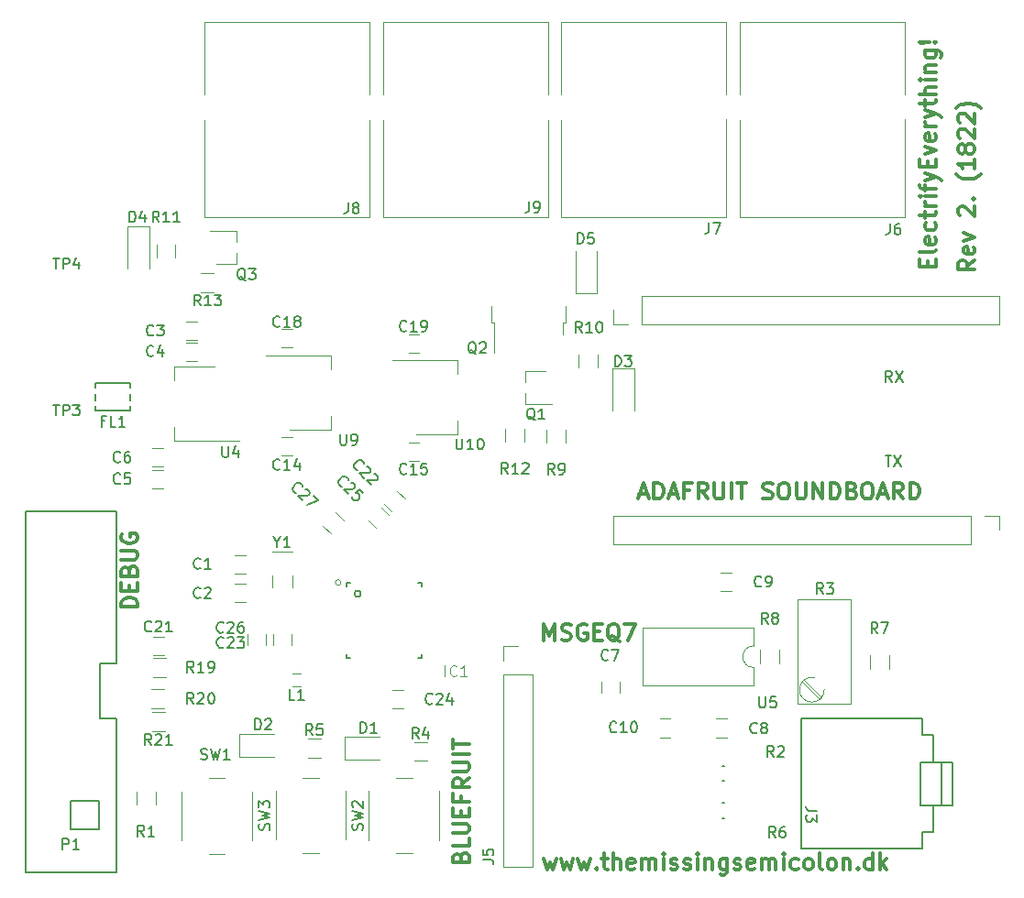
<source format=gto>
G04 #@! TF.GenerationSoftware,KiCad,Pcbnew,(5.0.0-rc2-dev-340-g7483a73a5)*
G04 #@! TF.CreationDate,2018-05-31T20:40:01+02:00*
G04 #@! TF.ProjectId,AudiA6Main,4175646941364D61696E2E6B69636164,rev?*
G04 #@! TF.SameCoordinates,Original*
G04 #@! TF.FileFunction,Legend,Top*
G04 #@! TF.FilePolarity,Positive*
%FSLAX46Y46*%
G04 Gerber Fmt 4.6, Leading zero omitted, Abs format (unit mm)*
G04 Created by KiCad (PCBNEW (5.0.0-rc2-dev-340-g7483a73a5)) date 05/31/18 20:40:01*
%MOMM*%
%LPD*%
G01*
G04 APERTURE LIST*
%ADD10C,0.300000*%
%ADD11C,0.120000*%
%ADD12C,0.150000*%
%ADD13C,0.127000*%
%ADD14C,0.203200*%
%ADD15C,0.100000*%
%ADD16C,0.050000*%
G04 APERTURE END LIST*
D10*
X97071428Y-139950000D02*
X97785714Y-139950000D01*
X96928571Y-140378571D02*
X97428571Y-138878571D01*
X97928571Y-140378571D01*
X98428571Y-140378571D02*
X98428571Y-138878571D01*
X98785714Y-138878571D01*
X99000000Y-138950000D01*
X99142857Y-139092857D01*
X99214285Y-139235714D01*
X99285714Y-139521428D01*
X99285714Y-139735714D01*
X99214285Y-140021428D01*
X99142857Y-140164285D01*
X99000000Y-140307142D01*
X98785714Y-140378571D01*
X98428571Y-140378571D01*
X99857142Y-139950000D02*
X100571428Y-139950000D01*
X99714285Y-140378571D02*
X100214285Y-138878571D01*
X100714285Y-140378571D01*
X101714285Y-139592857D02*
X101214285Y-139592857D01*
X101214285Y-140378571D02*
X101214285Y-138878571D01*
X101928571Y-138878571D01*
X103357142Y-140378571D02*
X102857142Y-139664285D01*
X102500000Y-140378571D02*
X102500000Y-138878571D01*
X103071428Y-138878571D01*
X103214285Y-138950000D01*
X103285714Y-139021428D01*
X103357142Y-139164285D01*
X103357142Y-139378571D01*
X103285714Y-139521428D01*
X103214285Y-139592857D01*
X103071428Y-139664285D01*
X102500000Y-139664285D01*
X104000000Y-138878571D02*
X104000000Y-140092857D01*
X104071428Y-140235714D01*
X104142857Y-140307142D01*
X104285714Y-140378571D01*
X104571428Y-140378571D01*
X104714285Y-140307142D01*
X104785714Y-140235714D01*
X104857142Y-140092857D01*
X104857142Y-138878571D01*
X105571428Y-140378571D02*
X105571428Y-138878571D01*
X106071428Y-138878571D02*
X106928571Y-138878571D01*
X106500000Y-140378571D02*
X106500000Y-138878571D01*
X108500000Y-140307142D02*
X108714285Y-140378571D01*
X109071428Y-140378571D01*
X109214285Y-140307142D01*
X109285714Y-140235714D01*
X109357142Y-140092857D01*
X109357142Y-139950000D01*
X109285714Y-139807142D01*
X109214285Y-139735714D01*
X109071428Y-139664285D01*
X108785714Y-139592857D01*
X108642857Y-139521428D01*
X108571428Y-139450000D01*
X108500000Y-139307142D01*
X108500000Y-139164285D01*
X108571428Y-139021428D01*
X108642857Y-138950000D01*
X108785714Y-138878571D01*
X109142857Y-138878571D01*
X109357142Y-138950000D01*
X110285714Y-138878571D02*
X110571428Y-138878571D01*
X110714285Y-138950000D01*
X110857142Y-139092857D01*
X110928571Y-139378571D01*
X110928571Y-139878571D01*
X110857142Y-140164285D01*
X110714285Y-140307142D01*
X110571428Y-140378571D01*
X110285714Y-140378571D01*
X110142857Y-140307142D01*
X110000000Y-140164285D01*
X109928571Y-139878571D01*
X109928571Y-139378571D01*
X110000000Y-139092857D01*
X110142857Y-138950000D01*
X110285714Y-138878571D01*
X111571428Y-138878571D02*
X111571428Y-140092857D01*
X111642857Y-140235714D01*
X111714285Y-140307142D01*
X111857142Y-140378571D01*
X112142857Y-140378571D01*
X112285714Y-140307142D01*
X112357142Y-140235714D01*
X112428571Y-140092857D01*
X112428571Y-138878571D01*
X113142857Y-140378571D02*
X113142857Y-138878571D01*
X114000000Y-140378571D01*
X114000000Y-138878571D01*
X114714285Y-140378571D02*
X114714285Y-138878571D01*
X115071428Y-138878571D01*
X115285714Y-138950000D01*
X115428571Y-139092857D01*
X115500000Y-139235714D01*
X115571428Y-139521428D01*
X115571428Y-139735714D01*
X115500000Y-140021428D01*
X115428571Y-140164285D01*
X115285714Y-140307142D01*
X115071428Y-140378571D01*
X114714285Y-140378571D01*
X116714285Y-139592857D02*
X116928571Y-139664285D01*
X117000000Y-139735714D01*
X117071428Y-139878571D01*
X117071428Y-140092857D01*
X117000000Y-140235714D01*
X116928571Y-140307142D01*
X116785714Y-140378571D01*
X116214285Y-140378571D01*
X116214285Y-138878571D01*
X116714285Y-138878571D01*
X116857142Y-138950000D01*
X116928571Y-139021428D01*
X117000000Y-139164285D01*
X117000000Y-139307142D01*
X116928571Y-139450000D01*
X116857142Y-139521428D01*
X116714285Y-139592857D01*
X116214285Y-139592857D01*
X118000000Y-138878571D02*
X118285714Y-138878571D01*
X118428571Y-138950000D01*
X118571428Y-139092857D01*
X118642857Y-139378571D01*
X118642857Y-139878571D01*
X118571428Y-140164285D01*
X118428571Y-140307142D01*
X118285714Y-140378571D01*
X118000000Y-140378571D01*
X117857142Y-140307142D01*
X117714285Y-140164285D01*
X117642857Y-139878571D01*
X117642857Y-139378571D01*
X117714285Y-139092857D01*
X117857142Y-138950000D01*
X118000000Y-138878571D01*
X119214285Y-139950000D02*
X119928571Y-139950000D01*
X119071428Y-140378571D02*
X119571428Y-138878571D01*
X120071428Y-140378571D01*
X121428571Y-140378571D02*
X120928571Y-139664285D01*
X120571428Y-140378571D02*
X120571428Y-138878571D01*
X121142857Y-138878571D01*
X121285714Y-138950000D01*
X121357142Y-139021428D01*
X121428571Y-139164285D01*
X121428571Y-139378571D01*
X121357142Y-139521428D01*
X121285714Y-139592857D01*
X121142857Y-139664285D01*
X120571428Y-139664285D01*
X122071428Y-140378571D02*
X122071428Y-138878571D01*
X122428571Y-138878571D01*
X122642857Y-138950000D01*
X122785714Y-139092857D01*
X122857142Y-139235714D01*
X122928571Y-139521428D01*
X122928571Y-139735714D01*
X122857142Y-140021428D01*
X122785714Y-140164285D01*
X122642857Y-140307142D01*
X122428571Y-140378571D01*
X122071428Y-140378571D01*
X88242857Y-173628571D02*
X88528571Y-174628571D01*
X88814285Y-173914285D01*
X89100000Y-174628571D01*
X89385714Y-173628571D01*
X89814285Y-173628571D02*
X90100000Y-174628571D01*
X90385714Y-173914285D01*
X90671428Y-174628571D01*
X90957142Y-173628571D01*
X91385714Y-173628571D02*
X91671428Y-174628571D01*
X91957142Y-173914285D01*
X92242857Y-174628571D01*
X92528571Y-173628571D01*
X93100000Y-174485714D02*
X93171428Y-174557142D01*
X93100000Y-174628571D01*
X93028571Y-174557142D01*
X93100000Y-174485714D01*
X93100000Y-174628571D01*
X93600000Y-173628571D02*
X94171428Y-173628571D01*
X93814285Y-173128571D02*
X93814285Y-174414285D01*
X93885714Y-174557142D01*
X94028571Y-174628571D01*
X94171428Y-174628571D01*
X94671428Y-174628571D02*
X94671428Y-173128571D01*
X95314285Y-174628571D02*
X95314285Y-173842857D01*
X95242857Y-173700000D01*
X95100000Y-173628571D01*
X94885714Y-173628571D01*
X94742857Y-173700000D01*
X94671428Y-173771428D01*
X96600000Y-174557142D02*
X96457142Y-174628571D01*
X96171428Y-174628571D01*
X96028571Y-174557142D01*
X95957142Y-174414285D01*
X95957142Y-173842857D01*
X96028571Y-173700000D01*
X96171428Y-173628571D01*
X96457142Y-173628571D01*
X96600000Y-173700000D01*
X96671428Y-173842857D01*
X96671428Y-173985714D01*
X95957142Y-174128571D01*
X97314285Y-174628571D02*
X97314285Y-173628571D01*
X97314285Y-173771428D02*
X97385714Y-173700000D01*
X97528571Y-173628571D01*
X97742857Y-173628571D01*
X97885714Y-173700000D01*
X97957142Y-173842857D01*
X97957142Y-174628571D01*
X97957142Y-173842857D02*
X98028571Y-173700000D01*
X98171428Y-173628571D01*
X98385714Y-173628571D01*
X98528571Y-173700000D01*
X98600000Y-173842857D01*
X98600000Y-174628571D01*
X99314285Y-174628571D02*
X99314285Y-173628571D01*
X99314285Y-173128571D02*
X99242857Y-173200000D01*
X99314285Y-173271428D01*
X99385714Y-173200000D01*
X99314285Y-173128571D01*
X99314285Y-173271428D01*
X99957142Y-174557142D02*
X100100000Y-174628571D01*
X100385714Y-174628571D01*
X100528571Y-174557142D01*
X100600000Y-174414285D01*
X100600000Y-174342857D01*
X100528571Y-174200000D01*
X100385714Y-174128571D01*
X100171428Y-174128571D01*
X100028571Y-174057142D01*
X99957142Y-173914285D01*
X99957142Y-173842857D01*
X100028571Y-173700000D01*
X100171428Y-173628571D01*
X100385714Y-173628571D01*
X100528571Y-173700000D01*
X101171428Y-174557142D02*
X101314285Y-174628571D01*
X101600000Y-174628571D01*
X101742857Y-174557142D01*
X101814285Y-174414285D01*
X101814285Y-174342857D01*
X101742857Y-174200000D01*
X101600000Y-174128571D01*
X101385714Y-174128571D01*
X101242857Y-174057142D01*
X101171428Y-173914285D01*
X101171428Y-173842857D01*
X101242857Y-173700000D01*
X101385714Y-173628571D01*
X101600000Y-173628571D01*
X101742857Y-173700000D01*
X102457142Y-174628571D02*
X102457142Y-173628571D01*
X102457142Y-173128571D02*
X102385714Y-173200000D01*
X102457142Y-173271428D01*
X102528571Y-173200000D01*
X102457142Y-173128571D01*
X102457142Y-173271428D01*
X103171428Y-173628571D02*
X103171428Y-174628571D01*
X103171428Y-173771428D02*
X103242857Y-173700000D01*
X103385714Y-173628571D01*
X103600000Y-173628571D01*
X103742857Y-173700000D01*
X103814285Y-173842857D01*
X103814285Y-174628571D01*
X105171428Y-173628571D02*
X105171428Y-174842857D01*
X105100000Y-174985714D01*
X105028571Y-175057142D01*
X104885714Y-175128571D01*
X104671428Y-175128571D01*
X104528571Y-175057142D01*
X105171428Y-174557142D02*
X105028571Y-174628571D01*
X104742857Y-174628571D01*
X104600000Y-174557142D01*
X104528571Y-174485714D01*
X104457142Y-174342857D01*
X104457142Y-173914285D01*
X104528571Y-173771428D01*
X104600000Y-173700000D01*
X104742857Y-173628571D01*
X105028571Y-173628571D01*
X105171428Y-173700000D01*
X105814285Y-174557142D02*
X105957142Y-174628571D01*
X106242857Y-174628571D01*
X106385714Y-174557142D01*
X106457142Y-174414285D01*
X106457142Y-174342857D01*
X106385714Y-174200000D01*
X106242857Y-174128571D01*
X106028571Y-174128571D01*
X105885714Y-174057142D01*
X105814285Y-173914285D01*
X105814285Y-173842857D01*
X105885714Y-173700000D01*
X106028571Y-173628571D01*
X106242857Y-173628571D01*
X106385714Y-173700000D01*
X107671428Y-174557142D02*
X107528571Y-174628571D01*
X107242857Y-174628571D01*
X107100000Y-174557142D01*
X107028571Y-174414285D01*
X107028571Y-173842857D01*
X107100000Y-173700000D01*
X107242857Y-173628571D01*
X107528571Y-173628571D01*
X107671428Y-173700000D01*
X107742857Y-173842857D01*
X107742857Y-173985714D01*
X107028571Y-174128571D01*
X108385714Y-174628571D02*
X108385714Y-173628571D01*
X108385714Y-173771428D02*
X108457142Y-173700000D01*
X108600000Y-173628571D01*
X108814285Y-173628571D01*
X108957142Y-173700000D01*
X109028571Y-173842857D01*
X109028571Y-174628571D01*
X109028571Y-173842857D02*
X109100000Y-173700000D01*
X109242857Y-173628571D01*
X109457142Y-173628571D01*
X109600000Y-173700000D01*
X109671428Y-173842857D01*
X109671428Y-174628571D01*
X110385714Y-174628571D02*
X110385714Y-173628571D01*
X110385714Y-173128571D02*
X110314285Y-173200000D01*
X110385714Y-173271428D01*
X110457142Y-173200000D01*
X110385714Y-173128571D01*
X110385714Y-173271428D01*
X111742857Y-174557142D02*
X111600000Y-174628571D01*
X111314285Y-174628571D01*
X111171428Y-174557142D01*
X111100000Y-174485714D01*
X111028571Y-174342857D01*
X111028571Y-173914285D01*
X111100000Y-173771428D01*
X111171428Y-173700000D01*
X111314285Y-173628571D01*
X111600000Y-173628571D01*
X111742857Y-173700000D01*
X112600000Y-174628571D02*
X112457142Y-174557142D01*
X112385714Y-174485714D01*
X112314285Y-174342857D01*
X112314285Y-173914285D01*
X112385714Y-173771428D01*
X112457142Y-173700000D01*
X112600000Y-173628571D01*
X112814285Y-173628571D01*
X112957142Y-173700000D01*
X113028571Y-173771428D01*
X113100000Y-173914285D01*
X113100000Y-174342857D01*
X113028571Y-174485714D01*
X112957142Y-174557142D01*
X112814285Y-174628571D01*
X112600000Y-174628571D01*
X113957142Y-174628571D02*
X113814285Y-174557142D01*
X113742857Y-174414285D01*
X113742857Y-173128571D01*
X114742857Y-174628571D02*
X114600000Y-174557142D01*
X114528571Y-174485714D01*
X114457142Y-174342857D01*
X114457142Y-173914285D01*
X114528571Y-173771428D01*
X114600000Y-173700000D01*
X114742857Y-173628571D01*
X114957142Y-173628571D01*
X115100000Y-173700000D01*
X115171428Y-173771428D01*
X115242857Y-173914285D01*
X115242857Y-174342857D01*
X115171428Y-174485714D01*
X115100000Y-174557142D01*
X114957142Y-174628571D01*
X114742857Y-174628571D01*
X115885714Y-173628571D02*
X115885714Y-174628571D01*
X115885714Y-173771428D02*
X115957142Y-173700000D01*
X116100000Y-173628571D01*
X116314285Y-173628571D01*
X116457142Y-173700000D01*
X116528571Y-173842857D01*
X116528571Y-174628571D01*
X117242857Y-174485714D02*
X117314285Y-174557142D01*
X117242857Y-174628571D01*
X117171428Y-174557142D01*
X117242857Y-174485714D01*
X117242857Y-174628571D01*
X118600000Y-174628571D02*
X118600000Y-173128571D01*
X118600000Y-174557142D02*
X118457142Y-174628571D01*
X118171428Y-174628571D01*
X118028571Y-174557142D01*
X117957142Y-174485714D01*
X117885714Y-174342857D01*
X117885714Y-173914285D01*
X117957142Y-173771428D01*
X118028571Y-173700000D01*
X118171428Y-173628571D01*
X118457142Y-173628571D01*
X118600000Y-173700000D01*
X119314285Y-174628571D02*
X119314285Y-173128571D01*
X119457142Y-174057142D02*
X119885714Y-174628571D01*
X119885714Y-173628571D02*
X119314285Y-174200000D01*
X80592857Y-173471428D02*
X80664285Y-173257142D01*
X80735714Y-173185714D01*
X80878571Y-173114285D01*
X81092857Y-173114285D01*
X81235714Y-173185714D01*
X81307142Y-173257142D01*
X81378571Y-173400000D01*
X81378571Y-173971428D01*
X79878571Y-173971428D01*
X79878571Y-173471428D01*
X79950000Y-173328571D01*
X80021428Y-173257142D01*
X80164285Y-173185714D01*
X80307142Y-173185714D01*
X80450000Y-173257142D01*
X80521428Y-173328571D01*
X80592857Y-173471428D01*
X80592857Y-173971428D01*
X81378571Y-171757142D02*
X81378571Y-172471428D01*
X79878571Y-172471428D01*
X79878571Y-171257142D02*
X81092857Y-171257142D01*
X81235714Y-171185714D01*
X81307142Y-171114285D01*
X81378571Y-170971428D01*
X81378571Y-170685714D01*
X81307142Y-170542857D01*
X81235714Y-170471428D01*
X81092857Y-170400000D01*
X79878571Y-170400000D01*
X80592857Y-169685714D02*
X80592857Y-169185714D01*
X81378571Y-168971428D02*
X81378571Y-169685714D01*
X79878571Y-169685714D01*
X79878571Y-168971428D01*
X80592857Y-167828571D02*
X80592857Y-168328571D01*
X81378571Y-168328571D02*
X79878571Y-168328571D01*
X79878571Y-167614285D01*
X81378571Y-166185714D02*
X80664285Y-166685714D01*
X81378571Y-167042857D02*
X79878571Y-167042857D01*
X79878571Y-166471428D01*
X79950000Y-166328571D01*
X80021428Y-166257142D01*
X80164285Y-166185714D01*
X80378571Y-166185714D01*
X80521428Y-166257142D01*
X80592857Y-166328571D01*
X80664285Y-166471428D01*
X80664285Y-167042857D01*
X79878571Y-165542857D02*
X81092857Y-165542857D01*
X81235714Y-165471428D01*
X81307142Y-165400000D01*
X81378571Y-165257142D01*
X81378571Y-164971428D01*
X81307142Y-164828571D01*
X81235714Y-164757142D01*
X81092857Y-164685714D01*
X79878571Y-164685714D01*
X81378571Y-163971428D02*
X79878571Y-163971428D01*
X79878571Y-163471428D02*
X79878571Y-162614285D01*
X81378571Y-163042857D02*
X79878571Y-163042857D01*
X128028571Y-118321428D02*
X127314285Y-118821428D01*
X128028571Y-119178571D02*
X126528571Y-119178571D01*
X126528571Y-118607142D01*
X126600000Y-118464285D01*
X126671428Y-118392857D01*
X126814285Y-118321428D01*
X127028571Y-118321428D01*
X127171428Y-118392857D01*
X127242857Y-118464285D01*
X127314285Y-118607142D01*
X127314285Y-119178571D01*
X127957142Y-117107142D02*
X128028571Y-117250000D01*
X128028571Y-117535714D01*
X127957142Y-117678571D01*
X127814285Y-117750000D01*
X127242857Y-117750000D01*
X127100000Y-117678571D01*
X127028571Y-117535714D01*
X127028571Y-117250000D01*
X127100000Y-117107142D01*
X127242857Y-117035714D01*
X127385714Y-117035714D01*
X127528571Y-117750000D01*
X127028571Y-116535714D02*
X128028571Y-116178571D01*
X127028571Y-115821428D01*
X126671428Y-114178571D02*
X126600000Y-114107142D01*
X126528571Y-113964285D01*
X126528571Y-113607142D01*
X126600000Y-113464285D01*
X126671428Y-113392857D01*
X126814285Y-113321428D01*
X126957142Y-113321428D01*
X127171428Y-113392857D01*
X128028571Y-114250000D01*
X128028571Y-113321428D01*
X127885714Y-112678571D02*
X127957142Y-112607142D01*
X128028571Y-112678571D01*
X127957142Y-112750000D01*
X127885714Y-112678571D01*
X128028571Y-112678571D01*
X128600000Y-110392857D02*
X128528571Y-110464285D01*
X128314285Y-110607142D01*
X128171428Y-110678571D01*
X127957142Y-110750000D01*
X127600000Y-110821428D01*
X127314285Y-110821428D01*
X126957142Y-110750000D01*
X126742857Y-110678571D01*
X126600000Y-110607142D01*
X126385714Y-110464285D01*
X126314285Y-110392857D01*
X128028571Y-109035714D02*
X128028571Y-109892857D01*
X128028571Y-109464285D02*
X126528571Y-109464285D01*
X126742857Y-109607142D01*
X126885714Y-109750000D01*
X126957142Y-109892857D01*
X127171428Y-108178571D02*
X127100000Y-108321428D01*
X127028571Y-108392857D01*
X126885714Y-108464285D01*
X126814285Y-108464285D01*
X126671428Y-108392857D01*
X126600000Y-108321428D01*
X126528571Y-108178571D01*
X126528571Y-107892857D01*
X126600000Y-107750000D01*
X126671428Y-107678571D01*
X126814285Y-107607142D01*
X126885714Y-107607142D01*
X127028571Y-107678571D01*
X127100000Y-107750000D01*
X127171428Y-107892857D01*
X127171428Y-108178571D01*
X127242857Y-108321428D01*
X127314285Y-108392857D01*
X127457142Y-108464285D01*
X127742857Y-108464285D01*
X127885714Y-108392857D01*
X127957142Y-108321428D01*
X128028571Y-108178571D01*
X128028571Y-107892857D01*
X127957142Y-107750000D01*
X127885714Y-107678571D01*
X127742857Y-107607142D01*
X127457142Y-107607142D01*
X127314285Y-107678571D01*
X127242857Y-107750000D01*
X127171428Y-107892857D01*
X126671428Y-107035714D02*
X126600000Y-106964285D01*
X126528571Y-106821428D01*
X126528571Y-106464285D01*
X126600000Y-106321428D01*
X126671428Y-106250000D01*
X126814285Y-106178571D01*
X126957142Y-106178571D01*
X127171428Y-106250000D01*
X128028571Y-107107142D01*
X128028571Y-106178571D01*
X126671428Y-105607142D02*
X126600000Y-105535714D01*
X126528571Y-105392857D01*
X126528571Y-105035714D01*
X126600000Y-104892857D01*
X126671428Y-104821428D01*
X126814285Y-104750000D01*
X126957142Y-104750000D01*
X127171428Y-104821428D01*
X128028571Y-105678571D01*
X128028571Y-104750000D01*
X128600000Y-104250000D02*
X128528571Y-104178571D01*
X128314285Y-104035714D01*
X128171428Y-103964285D01*
X127957142Y-103892857D01*
X127600000Y-103821428D01*
X127314285Y-103821428D01*
X126957142Y-103892857D01*
X126742857Y-103964285D01*
X126600000Y-104035714D01*
X126385714Y-104178571D01*
X126314285Y-104250000D01*
X123667857Y-118932142D02*
X123667857Y-118432142D01*
X124453571Y-118217857D02*
X124453571Y-118932142D01*
X122953571Y-118932142D01*
X122953571Y-118217857D01*
X124453571Y-117360714D02*
X124382142Y-117503571D01*
X124239285Y-117575000D01*
X122953571Y-117575000D01*
X124382142Y-116217857D02*
X124453571Y-116360714D01*
X124453571Y-116646428D01*
X124382142Y-116789285D01*
X124239285Y-116860714D01*
X123667857Y-116860714D01*
X123525000Y-116789285D01*
X123453571Y-116646428D01*
X123453571Y-116360714D01*
X123525000Y-116217857D01*
X123667857Y-116146428D01*
X123810714Y-116146428D01*
X123953571Y-116860714D01*
X124382142Y-114860714D02*
X124453571Y-115003571D01*
X124453571Y-115289285D01*
X124382142Y-115432142D01*
X124310714Y-115503571D01*
X124167857Y-115575000D01*
X123739285Y-115575000D01*
X123596428Y-115503571D01*
X123525000Y-115432142D01*
X123453571Y-115289285D01*
X123453571Y-115003571D01*
X123525000Y-114860714D01*
X123453571Y-114432142D02*
X123453571Y-113860714D01*
X122953571Y-114217857D02*
X124239285Y-114217857D01*
X124382142Y-114146428D01*
X124453571Y-114003571D01*
X124453571Y-113860714D01*
X124453571Y-113360714D02*
X123453571Y-113360714D01*
X123739285Y-113360714D02*
X123596428Y-113289285D01*
X123525000Y-113217857D01*
X123453571Y-113075000D01*
X123453571Y-112932142D01*
X124453571Y-112432142D02*
X123453571Y-112432142D01*
X122953571Y-112432142D02*
X123025000Y-112503571D01*
X123096428Y-112432142D01*
X123025000Y-112360714D01*
X122953571Y-112432142D01*
X123096428Y-112432142D01*
X123453571Y-111932142D02*
X123453571Y-111360714D01*
X124453571Y-111717857D02*
X123167857Y-111717857D01*
X123025000Y-111646428D01*
X122953571Y-111503571D01*
X122953571Y-111360714D01*
X123453571Y-111003571D02*
X124453571Y-110646428D01*
X123453571Y-110289285D02*
X124453571Y-110646428D01*
X124810714Y-110789285D01*
X124882142Y-110860714D01*
X124953571Y-111003571D01*
X123667857Y-109717857D02*
X123667857Y-109217857D01*
X124453571Y-109003571D02*
X124453571Y-109717857D01*
X122953571Y-109717857D01*
X122953571Y-109003571D01*
X123453571Y-108503571D02*
X124453571Y-108146428D01*
X123453571Y-107789285D01*
X124382142Y-106646428D02*
X124453571Y-106789285D01*
X124453571Y-107075000D01*
X124382142Y-107217857D01*
X124239285Y-107289285D01*
X123667857Y-107289285D01*
X123525000Y-107217857D01*
X123453571Y-107075000D01*
X123453571Y-106789285D01*
X123525000Y-106646428D01*
X123667857Y-106575000D01*
X123810714Y-106575000D01*
X123953571Y-107289285D01*
X124453571Y-105932142D02*
X123453571Y-105932142D01*
X123739285Y-105932142D02*
X123596428Y-105860714D01*
X123525000Y-105789285D01*
X123453571Y-105646428D01*
X123453571Y-105503571D01*
X123453571Y-105146428D02*
X124453571Y-104789285D01*
X123453571Y-104432142D02*
X124453571Y-104789285D01*
X124810714Y-104932142D01*
X124882142Y-105003571D01*
X124953571Y-105146428D01*
X123453571Y-104075000D02*
X123453571Y-103503571D01*
X122953571Y-103860714D02*
X124239285Y-103860714D01*
X124382142Y-103789285D01*
X124453571Y-103646428D01*
X124453571Y-103503571D01*
X124453571Y-103003571D02*
X122953571Y-103003571D01*
X124453571Y-102360714D02*
X123667857Y-102360714D01*
X123525000Y-102432142D01*
X123453571Y-102575000D01*
X123453571Y-102789285D01*
X123525000Y-102932142D01*
X123596428Y-103003571D01*
X124453571Y-101646428D02*
X123453571Y-101646428D01*
X122953571Y-101646428D02*
X123025000Y-101717857D01*
X123096428Y-101646428D01*
X123025000Y-101575000D01*
X122953571Y-101646428D01*
X123096428Y-101646428D01*
X123453571Y-100932142D02*
X124453571Y-100932142D01*
X123596428Y-100932142D02*
X123525000Y-100860714D01*
X123453571Y-100717857D01*
X123453571Y-100503571D01*
X123525000Y-100360714D01*
X123667857Y-100289285D01*
X124453571Y-100289285D01*
X123453571Y-98932142D02*
X124667857Y-98932142D01*
X124810714Y-99003571D01*
X124882142Y-99075000D01*
X124953571Y-99217857D01*
X124953571Y-99432142D01*
X124882142Y-99575000D01*
X124382142Y-98932142D02*
X124453571Y-99075000D01*
X124453571Y-99360714D01*
X124382142Y-99503571D01*
X124310714Y-99575000D01*
X124167857Y-99646428D01*
X123739285Y-99646428D01*
X123596428Y-99575000D01*
X123525000Y-99503571D01*
X123453571Y-99360714D01*
X123453571Y-99075000D01*
X123525000Y-98932142D01*
X124310714Y-98217857D02*
X124382142Y-98146428D01*
X124453571Y-98217857D01*
X124382142Y-98289285D01*
X124310714Y-98217857D01*
X124453571Y-98217857D01*
X123882142Y-98217857D02*
X123025000Y-98289285D01*
X122953571Y-98217857D01*
X123025000Y-98146428D01*
X123882142Y-98217857D01*
X122953571Y-98217857D01*
X50728571Y-150357142D02*
X49228571Y-150357142D01*
X49228571Y-150000000D01*
X49300000Y-149785714D01*
X49442857Y-149642857D01*
X49585714Y-149571428D01*
X49871428Y-149500000D01*
X50085714Y-149500000D01*
X50371428Y-149571428D01*
X50514285Y-149642857D01*
X50657142Y-149785714D01*
X50728571Y-150000000D01*
X50728571Y-150357142D01*
X49942857Y-148857142D02*
X49942857Y-148357142D01*
X50728571Y-148142857D02*
X50728571Y-148857142D01*
X49228571Y-148857142D01*
X49228571Y-148142857D01*
X49942857Y-147000000D02*
X50014285Y-146785714D01*
X50085714Y-146714285D01*
X50228571Y-146642857D01*
X50442857Y-146642857D01*
X50585714Y-146714285D01*
X50657142Y-146785714D01*
X50728571Y-146928571D01*
X50728571Y-147500000D01*
X49228571Y-147500000D01*
X49228571Y-147000000D01*
X49300000Y-146857142D01*
X49371428Y-146785714D01*
X49514285Y-146714285D01*
X49657142Y-146714285D01*
X49800000Y-146785714D01*
X49871428Y-146857142D01*
X49942857Y-147000000D01*
X49942857Y-147500000D01*
X49228571Y-146000000D02*
X50442857Y-146000000D01*
X50585714Y-145928571D01*
X50657142Y-145857142D01*
X50728571Y-145714285D01*
X50728571Y-145428571D01*
X50657142Y-145285714D01*
X50585714Y-145214285D01*
X50442857Y-145142857D01*
X49228571Y-145142857D01*
X49300000Y-143642857D02*
X49228571Y-143785714D01*
X49228571Y-144000000D01*
X49300000Y-144214285D01*
X49442857Y-144357142D01*
X49585714Y-144428571D01*
X49871428Y-144500000D01*
X50085714Y-144500000D01*
X50371428Y-144428571D01*
X50514285Y-144357142D01*
X50657142Y-144214285D01*
X50728571Y-144000000D01*
X50728571Y-143857142D01*
X50657142Y-143642857D01*
X50585714Y-143571428D01*
X50085714Y-143571428D01*
X50085714Y-143857142D01*
X88257142Y-153428571D02*
X88257142Y-151928571D01*
X88757142Y-153000000D01*
X89257142Y-151928571D01*
X89257142Y-153428571D01*
X89900000Y-153357142D02*
X90114285Y-153428571D01*
X90471428Y-153428571D01*
X90614285Y-153357142D01*
X90685714Y-153285714D01*
X90757142Y-153142857D01*
X90757142Y-153000000D01*
X90685714Y-152857142D01*
X90614285Y-152785714D01*
X90471428Y-152714285D01*
X90185714Y-152642857D01*
X90042857Y-152571428D01*
X89971428Y-152500000D01*
X89900000Y-152357142D01*
X89900000Y-152214285D01*
X89971428Y-152071428D01*
X90042857Y-152000000D01*
X90185714Y-151928571D01*
X90542857Y-151928571D01*
X90757142Y-152000000D01*
X92185714Y-152000000D02*
X92042857Y-151928571D01*
X91828571Y-151928571D01*
X91614285Y-152000000D01*
X91471428Y-152142857D01*
X91400000Y-152285714D01*
X91328571Y-152571428D01*
X91328571Y-152785714D01*
X91400000Y-153071428D01*
X91471428Y-153214285D01*
X91614285Y-153357142D01*
X91828571Y-153428571D01*
X91971428Y-153428571D01*
X92185714Y-153357142D01*
X92257142Y-153285714D01*
X92257142Y-152785714D01*
X91971428Y-152785714D01*
X92900000Y-152642857D02*
X93400000Y-152642857D01*
X93614285Y-153428571D02*
X92900000Y-153428571D01*
X92900000Y-151928571D01*
X93614285Y-151928571D01*
X95257142Y-153571428D02*
X95114285Y-153500000D01*
X94971428Y-153357142D01*
X94757142Y-153142857D01*
X94614285Y-153071428D01*
X94471428Y-153071428D01*
X94542857Y-153428571D02*
X94400000Y-153357142D01*
X94257142Y-153214285D01*
X94185714Y-152928571D01*
X94185714Y-152428571D01*
X94257142Y-152142857D01*
X94400000Y-152000000D01*
X94542857Y-151928571D01*
X94828571Y-151928571D01*
X94971428Y-152000000D01*
X95114285Y-152142857D01*
X95185714Y-152428571D01*
X95185714Y-152928571D01*
X95114285Y-153214285D01*
X94971428Y-153357142D01*
X94828571Y-153428571D01*
X94542857Y-153428571D01*
X95685714Y-151928571D02*
X96685714Y-151928571D01*
X96042857Y-153428571D01*
D11*
X130330000Y-124250000D02*
X130330000Y-121590000D01*
X97250000Y-124250000D02*
X130330000Y-124250000D01*
X97250000Y-121590000D02*
X130330000Y-121590000D01*
X97250000Y-124250000D02*
X97250000Y-121590000D01*
X95980000Y-124250000D02*
X94650000Y-124250000D01*
X94650000Y-124250000D02*
X94650000Y-122920000D01*
X60700000Y-145550000D02*
X59700000Y-145550000D01*
X59700000Y-147250000D02*
X60700000Y-147250000D01*
X60700000Y-148250000D02*
X59700000Y-148250000D01*
X59700000Y-149950000D02*
X60700000Y-149950000D01*
X56191903Y-124023186D02*
X55191903Y-124023186D01*
X55191903Y-125723186D02*
X56191903Y-125723186D01*
X56191903Y-125923186D02*
X55191903Y-125923186D01*
X55191903Y-127623186D02*
X56191903Y-127623186D01*
X52100000Y-139400000D02*
X53100000Y-139400000D01*
X53100000Y-137700000D02*
X52100000Y-137700000D01*
X52100000Y-137350000D02*
X53100000Y-137350000D01*
X53100000Y-135650000D02*
X52100000Y-135650000D01*
X95250000Y-158300000D02*
X95250000Y-157300000D01*
X93550000Y-157300000D02*
X93550000Y-158300000D01*
X105150000Y-160700000D02*
X104150000Y-160700000D01*
X104150000Y-162400000D02*
X105150000Y-162400000D01*
X105600000Y-147200000D02*
X104600000Y-147200000D01*
X104600000Y-148900000D02*
X105600000Y-148900000D01*
X99950000Y-160700000D02*
X98950000Y-160700000D01*
X98950000Y-162400000D02*
X99950000Y-162400000D01*
X64050000Y-136400000D02*
X65050000Y-136400000D01*
X65050000Y-134700000D02*
X64050000Y-134700000D01*
X76750000Y-135150000D02*
X75750000Y-135150000D01*
X75750000Y-136850000D02*
X76750000Y-136850000D01*
X64050000Y-126400000D02*
X65050000Y-126400000D01*
X65050000Y-124700000D02*
X64050000Y-124700000D01*
X75750000Y-126850000D02*
X76750000Y-126850000D01*
X76750000Y-125150000D02*
X75750000Y-125150000D01*
X53150000Y-153100000D02*
X52150000Y-153100000D01*
X52150000Y-154800000D02*
X53150000Y-154800000D01*
X75404594Y-140352513D02*
X74697487Y-139645406D01*
X73495406Y-140847487D02*
X74202513Y-141554594D01*
X64950000Y-153900000D02*
X64950000Y-152900000D01*
X63250000Y-152900000D02*
X63250000Y-153900000D01*
X74300000Y-159750000D02*
X75300000Y-159750000D01*
X75300000Y-158050000D02*
X74300000Y-158050000D01*
X72045406Y-142347487D02*
X72752513Y-143054594D01*
X73954594Y-141852513D02*
X73247487Y-141145406D01*
X60850000Y-152900000D02*
X60850000Y-153900000D01*
X62550000Y-153900000D02*
X62550000Y-152900000D01*
X67845406Y-142847487D02*
X68552513Y-143554594D01*
X69754594Y-142352513D02*
X69047487Y-141645406D01*
D12*
X50050000Y-129700000D02*
X46850000Y-129700000D01*
X46850000Y-129700000D02*
X46850000Y-130100000D01*
X50050000Y-129700000D02*
X50050000Y-130100000D01*
X50050000Y-130650000D02*
X50050000Y-131250000D01*
X50050000Y-131800000D02*
X50050000Y-132200000D01*
X50050000Y-132200000D02*
X46850000Y-132200000D01*
X46850000Y-132200000D02*
X46850000Y-131800000D01*
X46850000Y-130650000D02*
X46850000Y-131250000D01*
D13*
X71350100Y-149150100D02*
G75*
G03X71350100Y-149150100I-300000J0D01*
G01*
D14*
X70000000Y-154700000D02*
X70000000Y-155100000D01*
X70000000Y-155100000D02*
X70400000Y-155100000D01*
X76600000Y-155100000D02*
X77000000Y-155100000D01*
X77000000Y-155100000D02*
X77000000Y-154700000D01*
X77000000Y-148500000D02*
X77000000Y-148100000D01*
X77000000Y-148100000D02*
X76600000Y-148100000D01*
X70400000Y-148100000D02*
X70000000Y-148100000D01*
X70000000Y-148100000D02*
X70000000Y-148500000D01*
D15*
X69504000Y-148100000D02*
G75*
G03X69504000Y-148100000I-254000J0D01*
G01*
D12*
X123200000Y-160700000D02*
X112000000Y-160700000D01*
X112000000Y-172700000D02*
X123200000Y-172700000D01*
X124200000Y-171200000D02*
X124200000Y-168700000D01*
X124200000Y-162200000D02*
X124200000Y-164700000D01*
X123200000Y-162200000D02*
X124200000Y-162200000D01*
X123200000Y-160700000D02*
X123200000Y-162200000D01*
X123200000Y-171200000D02*
X124200000Y-171200000D01*
X123200000Y-172700000D02*
X123200000Y-171200000D01*
X112000000Y-172700000D02*
X112000000Y-160700000D01*
X126000000Y-164700000D02*
X125000000Y-164700000D01*
X126000000Y-168700000D02*
X126000000Y-164700000D01*
X126000000Y-168700000D02*
X125000000Y-168700000D01*
X125000000Y-164700000D02*
X124200000Y-164700000D01*
X125000000Y-168700000D02*
X125000000Y-164700000D01*
X124200000Y-168700000D02*
X125000000Y-168700000D01*
X123000000Y-168700000D02*
X123200000Y-168700000D01*
X123000000Y-164700000D02*
X123000000Y-168700000D01*
X123200000Y-164700000D02*
X123000000Y-164700000D01*
X124200000Y-164700000D02*
X123200000Y-164700000D01*
X124200000Y-168700000D02*
X123200000Y-168700000D01*
D11*
X84520000Y-174410000D02*
X87180000Y-174410000D01*
X84520000Y-156570000D02*
X84520000Y-174410000D01*
X87180000Y-156570000D02*
X87180000Y-174410000D01*
X84520000Y-156570000D02*
X87180000Y-156570000D01*
X84520000Y-155300000D02*
X84520000Y-153970000D01*
X84520000Y-153970000D02*
X85850000Y-153970000D01*
X121559999Y-103004999D02*
X121559999Y-96294999D01*
X106329999Y-102994999D02*
X106319999Y-96294999D01*
X121559999Y-114324999D02*
X121559999Y-105324999D01*
X106319999Y-114324999D02*
X121559999Y-114324999D01*
X106319999Y-114324999D02*
X106329999Y-105334999D01*
X121559999Y-96294999D02*
X106319999Y-96294999D01*
X105089999Y-96294999D02*
X89849999Y-96294999D01*
X89849999Y-114324999D02*
X89859999Y-105334999D01*
X89849999Y-114324999D02*
X105089999Y-114324999D01*
X105089999Y-114324999D02*
X105089999Y-105324999D01*
X89859999Y-102994999D02*
X89849999Y-96294999D01*
X105089999Y-103004999D02*
X105089999Y-96294999D01*
X72145000Y-103040000D02*
X72145000Y-96330000D01*
X56915000Y-103030000D02*
X56905000Y-96330000D01*
X72145000Y-114360000D02*
X72145000Y-105360000D01*
X56905000Y-114360000D02*
X72145000Y-114360000D01*
X56905000Y-114360000D02*
X56915000Y-105370000D01*
X72145000Y-96330000D02*
X56905000Y-96330000D01*
X88645000Y-96330000D02*
X73405000Y-96330000D01*
X73405000Y-114360000D02*
X73415000Y-105370000D01*
X73405000Y-114360000D02*
X88645000Y-114360000D01*
X88645000Y-114360000D02*
X88645000Y-105360000D01*
X73415000Y-103030000D02*
X73405000Y-96330000D01*
X88645000Y-103040000D02*
X88645000Y-96330000D01*
X130320000Y-141910000D02*
X130320000Y-143240000D01*
X128990000Y-141910000D02*
X130320000Y-141910000D01*
X127720000Y-141910000D02*
X127720000Y-144570000D01*
X127720000Y-144570000D02*
X94640000Y-144570000D01*
X127720000Y-141910000D02*
X94640000Y-141910000D01*
X94640000Y-141910000D02*
X94640000Y-144570000D01*
X65750000Y-157700000D02*
X65050000Y-157700000D01*
X65050000Y-156500000D02*
X65750000Y-156500000D01*
X52380000Y-167400000D02*
X52380000Y-168600000D01*
X50620000Y-168600000D02*
X50620000Y-167400000D01*
X76250000Y-162820000D02*
X77450000Y-162820000D01*
X77450000Y-164580000D02*
X76250000Y-164580000D01*
X67650000Y-164305000D02*
X66450000Y-164305000D01*
X66450000Y-162545000D02*
X67650000Y-162545000D01*
X120130000Y-154850000D02*
X120130000Y-156050000D01*
X118370000Y-156050000D02*
X118370000Y-154850000D01*
X109980000Y-154350000D02*
X109980000Y-155550000D01*
X108220000Y-155550000D02*
X108220000Y-154350000D01*
X88495000Y-135150000D02*
X88495000Y-133950000D01*
X90255000Y-133950000D02*
X90255000Y-135150000D01*
X91470000Y-128275000D02*
X91470000Y-127075000D01*
X93230000Y-127075000D02*
X93230000Y-128275000D01*
X54230000Y-116875000D02*
X54230000Y-118075000D01*
X52470000Y-118075000D02*
X52470000Y-116875000D01*
X86455000Y-133900000D02*
X86455000Y-135100000D01*
X84695000Y-135100000D02*
X84695000Y-133900000D01*
X57750000Y-121255000D02*
X56550000Y-121255000D01*
X56550000Y-119495000D02*
X57750000Y-119495000D01*
X52150000Y-155070000D02*
X53350000Y-155070000D01*
X53350000Y-156830000D02*
X52150000Y-156830000D01*
X53200000Y-159730000D02*
X52000000Y-159730000D01*
X52000000Y-157970000D02*
X53200000Y-157970000D01*
X52050000Y-160070000D02*
X53250000Y-160070000D01*
X53250000Y-161830000D02*
X52050000Y-161830000D01*
X57300000Y-173150000D02*
X58800000Y-173150000D01*
X61300000Y-171900000D02*
X61300000Y-167400000D01*
X58800000Y-166150000D02*
X57300000Y-166150000D01*
X54800000Y-167400000D02*
X54800000Y-171900000D01*
X60091903Y-134983186D02*
X54081903Y-134983186D01*
X57841903Y-128163186D02*
X54081903Y-128163186D01*
X54081903Y-134983186D02*
X54081903Y-133723186D01*
X54081903Y-128163186D02*
X54081903Y-129423186D01*
X107630000Y-157610000D02*
X107630000Y-155960000D01*
X97350000Y-157610000D02*
X107630000Y-157610000D01*
X97350000Y-152310000D02*
X97350000Y-157610000D01*
X107630000Y-152310000D02*
X97350000Y-152310000D01*
X107630000Y-153960000D02*
X107630000Y-152310000D01*
X107630000Y-155960000D02*
G75*
G02X107630000Y-153960000I0J1000000D01*
G01*
X68560000Y-133960000D02*
X68560000Y-132700000D01*
X68560000Y-127140000D02*
X68560000Y-128400000D01*
X64800000Y-133960000D02*
X68560000Y-133960000D01*
X62550000Y-127140000D02*
X68560000Y-127140000D01*
X74250000Y-127590000D02*
X80260000Y-127590000D01*
X76500000Y-134410000D02*
X80260000Y-134410000D01*
X80260000Y-127590000D02*
X80260000Y-128850000D01*
X80260000Y-134410000D02*
X80260000Y-133150000D01*
X65000000Y-145275000D02*
X63200000Y-145275000D01*
X63150000Y-147425000D02*
X63150000Y-148525000D01*
X65050000Y-147425000D02*
X65050000Y-148525000D01*
X76082500Y-166129999D02*
X74582500Y-166129999D01*
X72082500Y-167379999D02*
X72082500Y-171879999D01*
X74582500Y-173129999D02*
X76082500Y-173129999D01*
X78582500Y-171879999D02*
X78582500Y-167379999D01*
X69975000Y-171875000D02*
X69975000Y-167375000D01*
X65975000Y-173125000D02*
X67475000Y-173125000D01*
X63475000Y-167375000D02*
X63475000Y-171875000D01*
X67475000Y-166125000D02*
X65975000Y-166125000D01*
X60100000Y-164210000D02*
X63300000Y-164210000D01*
X63300000Y-162090000D02*
X60100000Y-162090000D01*
X60100000Y-162090000D02*
X60100000Y-164210000D01*
X96600000Y-128350000D02*
X96600000Y-132200000D01*
X94600000Y-128350000D02*
X94600000Y-132200000D01*
X96600000Y-128350000D02*
X94600000Y-128350000D01*
X51800000Y-115200000D02*
X49800000Y-115200000D01*
X49800000Y-115200000D02*
X49800000Y-119050000D01*
X51800000Y-115200000D02*
X51800000Y-119050000D01*
X91150000Y-121350000D02*
X91150000Y-117500000D01*
X93150000Y-121350000D02*
X93150000Y-117500000D01*
X91150000Y-121350000D02*
X93150000Y-121350000D01*
X69850000Y-164510000D02*
X73050000Y-164510000D01*
X73050000Y-162390000D02*
X69850000Y-162390000D01*
X69850000Y-162390000D02*
X69850000Y-164510000D01*
D12*
X44550000Y-141500000D02*
X48750000Y-141500000D01*
X48750000Y-174900000D02*
X40350000Y-174900000D01*
X40350000Y-174900000D02*
X40350000Y-141500000D01*
X40350000Y-141500000D02*
X44550000Y-141500000D01*
X47250000Y-160700000D02*
X48750000Y-160700000D01*
X47250000Y-160700000D02*
X47250000Y-155600000D01*
X47250000Y-155600000D02*
X48750000Y-155600000D01*
X48750000Y-141500000D02*
X48750000Y-155600000D01*
X48750000Y-160700000D02*
X48750000Y-174900000D01*
X44550000Y-170900000D02*
X44550000Y-168300000D01*
X44550000Y-168300000D02*
X47150000Y-168300000D01*
X47150000Y-168300000D02*
X47150000Y-170900000D01*
X47150000Y-170900000D02*
X44550000Y-170900000D01*
D11*
X86595000Y-131610000D02*
X89025000Y-131610000D01*
X86575000Y-131600000D02*
X86575000Y-130600000D01*
X86575000Y-128550000D02*
X88425000Y-128550000D01*
X86575000Y-129600000D02*
X86575000Y-128550000D01*
X90030000Y-124045000D02*
X90030000Y-125145000D01*
X90300000Y-124045000D02*
X90030000Y-124045000D01*
X90300000Y-122545000D02*
X90300000Y-124045000D01*
X83670000Y-124045000D02*
X83670000Y-126875000D01*
X83400000Y-124045000D02*
X83670000Y-124045000D01*
X83400000Y-122545000D02*
X83400000Y-124045000D01*
X59825000Y-117625000D02*
X59825000Y-118675000D01*
X59825000Y-118675000D02*
X57975000Y-118675000D01*
X59825000Y-115625000D02*
X59825000Y-116625000D01*
X59805000Y-115615000D02*
X57375000Y-115615000D01*
D12*
X104801020Y-165048960D02*
X104900080Y-165048960D01*
X104801020Y-165048960D02*
X104701960Y-165048960D01*
X104801020Y-166451040D02*
X104701960Y-166451040D01*
X104900080Y-166451040D02*
X104801020Y-166451040D01*
X104801020Y-166451040D02*
X104900080Y-166451040D01*
X104851020Y-169851040D02*
X104950080Y-169851040D01*
X104950080Y-169851040D02*
X104851020Y-169851040D01*
X104851020Y-169851040D02*
X104751960Y-169851040D01*
X104851020Y-168448960D02*
X104751960Y-168448960D01*
X104851020Y-168448960D02*
X104950080Y-168448960D01*
D11*
X113875000Y-158741000D02*
X112265000Y-157129000D01*
X113734000Y-158881000D02*
X112124000Y-157270000D01*
X116620000Y-159335000D02*
X111669000Y-159335000D01*
X116620000Y-149685000D02*
X111669000Y-149685000D01*
X111669000Y-149685000D02*
X111669000Y-159335000D01*
X116620000Y-149685000D02*
X116620000Y-159335000D01*
X111845948Y-158025121D02*
G75*
G02X113240000Y-156876000I1154052J20121D01*
G01*
X114154296Y-157964691D02*
G75*
G02X111845000Y-158005000I-1154296J-40309D01*
G01*
D12*
X56533333Y-146757142D02*
X56485714Y-146804761D01*
X56342857Y-146852380D01*
X56247619Y-146852380D01*
X56104761Y-146804761D01*
X56009523Y-146709523D01*
X55961904Y-146614285D01*
X55914285Y-146423809D01*
X55914285Y-146280952D01*
X55961904Y-146090476D01*
X56009523Y-145995238D01*
X56104761Y-145900000D01*
X56247619Y-145852380D01*
X56342857Y-145852380D01*
X56485714Y-145900000D01*
X56533333Y-145947619D01*
X57485714Y-146852380D02*
X56914285Y-146852380D01*
X57200000Y-146852380D02*
X57200000Y-145852380D01*
X57104761Y-145995238D01*
X57009523Y-146090476D01*
X56914285Y-146138095D01*
X56533333Y-149457142D02*
X56485714Y-149504761D01*
X56342857Y-149552380D01*
X56247619Y-149552380D01*
X56104761Y-149504761D01*
X56009523Y-149409523D01*
X55961904Y-149314285D01*
X55914285Y-149123809D01*
X55914285Y-148980952D01*
X55961904Y-148790476D01*
X56009523Y-148695238D01*
X56104761Y-148600000D01*
X56247619Y-148552380D01*
X56342857Y-148552380D01*
X56485714Y-148600000D01*
X56533333Y-148647619D01*
X56914285Y-148647619D02*
X56961904Y-148600000D01*
X57057142Y-148552380D01*
X57295238Y-148552380D01*
X57390476Y-148600000D01*
X57438095Y-148647619D01*
X57485714Y-148742857D01*
X57485714Y-148838095D01*
X57438095Y-148980952D01*
X56866666Y-149552380D01*
X57485714Y-149552380D01*
X52183333Y-125207142D02*
X52135714Y-125254761D01*
X51992857Y-125302380D01*
X51897619Y-125302380D01*
X51754761Y-125254761D01*
X51659523Y-125159523D01*
X51611904Y-125064285D01*
X51564285Y-124873809D01*
X51564285Y-124730952D01*
X51611904Y-124540476D01*
X51659523Y-124445238D01*
X51754761Y-124350000D01*
X51897619Y-124302380D01*
X51992857Y-124302380D01*
X52135714Y-124350000D01*
X52183333Y-124397619D01*
X52516666Y-124302380D02*
X53135714Y-124302380D01*
X52802380Y-124683333D01*
X52945238Y-124683333D01*
X53040476Y-124730952D01*
X53088095Y-124778571D01*
X53135714Y-124873809D01*
X53135714Y-125111904D01*
X53088095Y-125207142D01*
X53040476Y-125254761D01*
X52945238Y-125302380D01*
X52659523Y-125302380D01*
X52564285Y-125254761D01*
X52516666Y-125207142D01*
X52183333Y-127107142D02*
X52135714Y-127154761D01*
X51992857Y-127202380D01*
X51897619Y-127202380D01*
X51754761Y-127154761D01*
X51659523Y-127059523D01*
X51611904Y-126964285D01*
X51564285Y-126773809D01*
X51564285Y-126630952D01*
X51611904Y-126440476D01*
X51659523Y-126345238D01*
X51754761Y-126250000D01*
X51897619Y-126202380D01*
X51992857Y-126202380D01*
X52135714Y-126250000D01*
X52183333Y-126297619D01*
X53040476Y-126535714D02*
X53040476Y-127202380D01*
X52802380Y-126154761D02*
X52564285Y-126869047D01*
X53183333Y-126869047D01*
X49133333Y-138907142D02*
X49085714Y-138954761D01*
X48942857Y-139002380D01*
X48847619Y-139002380D01*
X48704761Y-138954761D01*
X48609523Y-138859523D01*
X48561904Y-138764285D01*
X48514285Y-138573809D01*
X48514285Y-138430952D01*
X48561904Y-138240476D01*
X48609523Y-138145238D01*
X48704761Y-138050000D01*
X48847619Y-138002380D01*
X48942857Y-138002380D01*
X49085714Y-138050000D01*
X49133333Y-138097619D01*
X50038095Y-138002380D02*
X49561904Y-138002380D01*
X49514285Y-138478571D01*
X49561904Y-138430952D01*
X49657142Y-138383333D01*
X49895238Y-138383333D01*
X49990476Y-138430952D01*
X50038095Y-138478571D01*
X50085714Y-138573809D01*
X50085714Y-138811904D01*
X50038095Y-138907142D01*
X49990476Y-138954761D01*
X49895238Y-139002380D01*
X49657142Y-139002380D01*
X49561904Y-138954761D01*
X49514285Y-138907142D01*
X49133333Y-136907142D02*
X49085714Y-136954761D01*
X48942857Y-137002380D01*
X48847619Y-137002380D01*
X48704761Y-136954761D01*
X48609523Y-136859523D01*
X48561904Y-136764285D01*
X48514285Y-136573809D01*
X48514285Y-136430952D01*
X48561904Y-136240476D01*
X48609523Y-136145238D01*
X48704761Y-136050000D01*
X48847619Y-136002380D01*
X48942857Y-136002380D01*
X49085714Y-136050000D01*
X49133333Y-136097619D01*
X49990476Y-136002380D02*
X49800000Y-136002380D01*
X49704761Y-136050000D01*
X49657142Y-136097619D01*
X49561904Y-136240476D01*
X49514285Y-136430952D01*
X49514285Y-136811904D01*
X49561904Y-136907142D01*
X49609523Y-136954761D01*
X49704761Y-137002380D01*
X49895238Y-137002380D01*
X49990476Y-136954761D01*
X50038095Y-136907142D01*
X50085714Y-136811904D01*
X50085714Y-136573809D01*
X50038095Y-136478571D01*
X49990476Y-136430952D01*
X49895238Y-136383333D01*
X49704761Y-136383333D01*
X49609523Y-136430952D01*
X49561904Y-136478571D01*
X49514285Y-136573809D01*
X94183333Y-155207142D02*
X94135714Y-155254761D01*
X93992857Y-155302380D01*
X93897619Y-155302380D01*
X93754761Y-155254761D01*
X93659523Y-155159523D01*
X93611904Y-155064285D01*
X93564285Y-154873809D01*
X93564285Y-154730952D01*
X93611904Y-154540476D01*
X93659523Y-154445238D01*
X93754761Y-154350000D01*
X93897619Y-154302380D01*
X93992857Y-154302380D01*
X94135714Y-154350000D01*
X94183333Y-154397619D01*
X94516666Y-154302380D02*
X95183333Y-154302380D01*
X94754761Y-155302380D01*
X107933333Y-161957142D02*
X107885714Y-162004761D01*
X107742857Y-162052380D01*
X107647619Y-162052380D01*
X107504761Y-162004761D01*
X107409523Y-161909523D01*
X107361904Y-161814285D01*
X107314285Y-161623809D01*
X107314285Y-161480952D01*
X107361904Y-161290476D01*
X107409523Y-161195238D01*
X107504761Y-161100000D01*
X107647619Y-161052380D01*
X107742857Y-161052380D01*
X107885714Y-161100000D01*
X107933333Y-161147619D01*
X108504761Y-161480952D02*
X108409523Y-161433333D01*
X108361904Y-161385714D01*
X108314285Y-161290476D01*
X108314285Y-161242857D01*
X108361904Y-161147619D01*
X108409523Y-161100000D01*
X108504761Y-161052380D01*
X108695238Y-161052380D01*
X108790476Y-161100000D01*
X108838095Y-161147619D01*
X108885714Y-161242857D01*
X108885714Y-161290476D01*
X108838095Y-161385714D01*
X108790476Y-161433333D01*
X108695238Y-161480952D01*
X108504761Y-161480952D01*
X108409523Y-161528571D01*
X108361904Y-161576190D01*
X108314285Y-161671428D01*
X108314285Y-161861904D01*
X108361904Y-161957142D01*
X108409523Y-162004761D01*
X108504761Y-162052380D01*
X108695238Y-162052380D01*
X108790476Y-162004761D01*
X108838095Y-161957142D01*
X108885714Y-161861904D01*
X108885714Y-161671428D01*
X108838095Y-161576190D01*
X108790476Y-161528571D01*
X108695238Y-161480952D01*
X108333333Y-148407142D02*
X108285714Y-148454761D01*
X108142857Y-148502380D01*
X108047619Y-148502380D01*
X107904761Y-148454761D01*
X107809523Y-148359523D01*
X107761904Y-148264285D01*
X107714285Y-148073809D01*
X107714285Y-147930952D01*
X107761904Y-147740476D01*
X107809523Y-147645238D01*
X107904761Y-147550000D01*
X108047619Y-147502380D01*
X108142857Y-147502380D01*
X108285714Y-147550000D01*
X108333333Y-147597619D01*
X108809523Y-148502380D02*
X109000000Y-148502380D01*
X109095238Y-148454761D01*
X109142857Y-148407142D01*
X109238095Y-148264285D01*
X109285714Y-148073809D01*
X109285714Y-147692857D01*
X109238095Y-147597619D01*
X109190476Y-147550000D01*
X109095238Y-147502380D01*
X108904761Y-147502380D01*
X108809523Y-147550000D01*
X108761904Y-147597619D01*
X108714285Y-147692857D01*
X108714285Y-147930952D01*
X108761904Y-148026190D01*
X108809523Y-148073809D01*
X108904761Y-148121428D01*
X109095238Y-148121428D01*
X109190476Y-148073809D01*
X109238095Y-148026190D01*
X109285714Y-147930952D01*
X94957142Y-161857142D02*
X94909523Y-161904761D01*
X94766666Y-161952380D01*
X94671428Y-161952380D01*
X94528571Y-161904761D01*
X94433333Y-161809523D01*
X94385714Y-161714285D01*
X94338095Y-161523809D01*
X94338095Y-161380952D01*
X94385714Y-161190476D01*
X94433333Y-161095238D01*
X94528571Y-161000000D01*
X94671428Y-160952380D01*
X94766666Y-160952380D01*
X94909523Y-161000000D01*
X94957142Y-161047619D01*
X95909523Y-161952380D02*
X95338095Y-161952380D01*
X95623809Y-161952380D02*
X95623809Y-160952380D01*
X95528571Y-161095238D01*
X95433333Y-161190476D01*
X95338095Y-161238095D01*
X96528571Y-160952380D02*
X96623809Y-160952380D01*
X96719047Y-161000000D01*
X96766666Y-161047619D01*
X96814285Y-161142857D01*
X96861904Y-161333333D01*
X96861904Y-161571428D01*
X96814285Y-161761904D01*
X96766666Y-161857142D01*
X96719047Y-161904761D01*
X96623809Y-161952380D01*
X96528571Y-161952380D01*
X96433333Y-161904761D01*
X96385714Y-161857142D01*
X96338095Y-161761904D01*
X96290476Y-161571428D01*
X96290476Y-161333333D01*
X96338095Y-161142857D01*
X96385714Y-161047619D01*
X96433333Y-161000000D01*
X96528571Y-160952380D01*
X63857142Y-137607142D02*
X63809523Y-137654761D01*
X63666666Y-137702380D01*
X63571428Y-137702380D01*
X63428571Y-137654761D01*
X63333333Y-137559523D01*
X63285714Y-137464285D01*
X63238095Y-137273809D01*
X63238095Y-137130952D01*
X63285714Y-136940476D01*
X63333333Y-136845238D01*
X63428571Y-136750000D01*
X63571428Y-136702380D01*
X63666666Y-136702380D01*
X63809523Y-136750000D01*
X63857142Y-136797619D01*
X64809523Y-137702380D02*
X64238095Y-137702380D01*
X64523809Y-137702380D02*
X64523809Y-136702380D01*
X64428571Y-136845238D01*
X64333333Y-136940476D01*
X64238095Y-136988095D01*
X65666666Y-137035714D02*
X65666666Y-137702380D01*
X65428571Y-136654761D02*
X65190476Y-137369047D01*
X65809523Y-137369047D01*
X75557142Y-138007142D02*
X75509523Y-138054761D01*
X75366666Y-138102380D01*
X75271428Y-138102380D01*
X75128571Y-138054761D01*
X75033333Y-137959523D01*
X74985714Y-137864285D01*
X74938095Y-137673809D01*
X74938095Y-137530952D01*
X74985714Y-137340476D01*
X75033333Y-137245238D01*
X75128571Y-137150000D01*
X75271428Y-137102380D01*
X75366666Y-137102380D01*
X75509523Y-137150000D01*
X75557142Y-137197619D01*
X76509523Y-138102380D02*
X75938095Y-138102380D01*
X76223809Y-138102380D02*
X76223809Y-137102380D01*
X76128571Y-137245238D01*
X76033333Y-137340476D01*
X75938095Y-137388095D01*
X77414285Y-137102380D02*
X76938095Y-137102380D01*
X76890476Y-137578571D01*
X76938095Y-137530952D01*
X77033333Y-137483333D01*
X77271428Y-137483333D01*
X77366666Y-137530952D01*
X77414285Y-137578571D01*
X77461904Y-137673809D01*
X77461904Y-137911904D01*
X77414285Y-138007142D01*
X77366666Y-138054761D01*
X77271428Y-138102380D01*
X77033333Y-138102380D01*
X76938095Y-138054761D01*
X76890476Y-138007142D01*
X63857142Y-124407142D02*
X63809523Y-124454761D01*
X63666666Y-124502380D01*
X63571428Y-124502380D01*
X63428571Y-124454761D01*
X63333333Y-124359523D01*
X63285714Y-124264285D01*
X63238095Y-124073809D01*
X63238095Y-123930952D01*
X63285714Y-123740476D01*
X63333333Y-123645238D01*
X63428571Y-123550000D01*
X63571428Y-123502380D01*
X63666666Y-123502380D01*
X63809523Y-123550000D01*
X63857142Y-123597619D01*
X64809523Y-124502380D02*
X64238095Y-124502380D01*
X64523809Y-124502380D02*
X64523809Y-123502380D01*
X64428571Y-123645238D01*
X64333333Y-123740476D01*
X64238095Y-123788095D01*
X65380952Y-123930952D02*
X65285714Y-123883333D01*
X65238095Y-123835714D01*
X65190476Y-123740476D01*
X65190476Y-123692857D01*
X65238095Y-123597619D01*
X65285714Y-123550000D01*
X65380952Y-123502380D01*
X65571428Y-123502380D01*
X65666666Y-123550000D01*
X65714285Y-123597619D01*
X65761904Y-123692857D01*
X65761904Y-123740476D01*
X65714285Y-123835714D01*
X65666666Y-123883333D01*
X65571428Y-123930952D01*
X65380952Y-123930952D01*
X65285714Y-123978571D01*
X65238095Y-124026190D01*
X65190476Y-124121428D01*
X65190476Y-124311904D01*
X65238095Y-124407142D01*
X65285714Y-124454761D01*
X65380952Y-124502380D01*
X65571428Y-124502380D01*
X65666666Y-124454761D01*
X65714285Y-124407142D01*
X65761904Y-124311904D01*
X65761904Y-124121428D01*
X65714285Y-124026190D01*
X65666666Y-123978571D01*
X65571428Y-123930952D01*
X75557142Y-124807142D02*
X75509523Y-124854761D01*
X75366666Y-124902380D01*
X75271428Y-124902380D01*
X75128571Y-124854761D01*
X75033333Y-124759523D01*
X74985714Y-124664285D01*
X74938095Y-124473809D01*
X74938095Y-124330952D01*
X74985714Y-124140476D01*
X75033333Y-124045238D01*
X75128571Y-123950000D01*
X75271428Y-123902380D01*
X75366666Y-123902380D01*
X75509523Y-123950000D01*
X75557142Y-123997619D01*
X76509523Y-124902380D02*
X75938095Y-124902380D01*
X76223809Y-124902380D02*
X76223809Y-123902380D01*
X76128571Y-124045238D01*
X76033333Y-124140476D01*
X75938095Y-124188095D01*
X76985714Y-124902380D02*
X77176190Y-124902380D01*
X77271428Y-124854761D01*
X77319047Y-124807142D01*
X77414285Y-124664285D01*
X77461904Y-124473809D01*
X77461904Y-124092857D01*
X77414285Y-123997619D01*
X77366666Y-123950000D01*
X77271428Y-123902380D01*
X77080952Y-123902380D01*
X76985714Y-123950000D01*
X76938095Y-123997619D01*
X76890476Y-124092857D01*
X76890476Y-124330952D01*
X76938095Y-124426190D01*
X76985714Y-124473809D01*
X77080952Y-124521428D01*
X77271428Y-124521428D01*
X77366666Y-124473809D01*
X77414285Y-124426190D01*
X77461904Y-124330952D01*
X52007142Y-152557142D02*
X51959523Y-152604761D01*
X51816666Y-152652380D01*
X51721428Y-152652380D01*
X51578571Y-152604761D01*
X51483333Y-152509523D01*
X51435714Y-152414285D01*
X51388095Y-152223809D01*
X51388095Y-152080952D01*
X51435714Y-151890476D01*
X51483333Y-151795238D01*
X51578571Y-151700000D01*
X51721428Y-151652380D01*
X51816666Y-151652380D01*
X51959523Y-151700000D01*
X52007142Y-151747619D01*
X52388095Y-151747619D02*
X52435714Y-151700000D01*
X52530952Y-151652380D01*
X52769047Y-151652380D01*
X52864285Y-151700000D01*
X52911904Y-151747619D01*
X52959523Y-151842857D01*
X52959523Y-151938095D01*
X52911904Y-152080952D01*
X52340476Y-152652380D01*
X52959523Y-152652380D01*
X53911904Y-152652380D02*
X53340476Y-152652380D01*
X53626190Y-152652380D02*
X53626190Y-151652380D01*
X53530952Y-151795238D01*
X53435714Y-151890476D01*
X53340476Y-151938095D01*
X71042893Y-137697969D02*
X70975549Y-137697969D01*
X70840862Y-137630625D01*
X70773519Y-137563282D01*
X70706175Y-137428595D01*
X70706175Y-137293908D01*
X70739847Y-137192893D01*
X70840862Y-137024534D01*
X70941877Y-136923519D01*
X71110236Y-136822503D01*
X71211251Y-136788832D01*
X71345938Y-136788832D01*
X71480625Y-136856175D01*
X71547969Y-136923519D01*
X71615312Y-137058206D01*
X71615312Y-137125549D01*
X71884687Y-137394923D02*
X71952030Y-137394923D01*
X72053045Y-137428595D01*
X72221404Y-137596954D01*
X72255076Y-137697969D01*
X72255076Y-137765312D01*
X72221404Y-137866328D01*
X72154061Y-137933671D01*
X72019374Y-138001015D01*
X71211251Y-138001015D01*
X71648984Y-138438748D01*
X72558122Y-138068358D02*
X72625465Y-138068358D01*
X72726480Y-138102030D01*
X72894839Y-138270389D01*
X72928511Y-138371404D01*
X72928511Y-138438748D01*
X72894839Y-138539763D01*
X72827496Y-138607106D01*
X72692809Y-138674450D01*
X71884687Y-138674450D01*
X72322419Y-139112183D01*
X58657142Y-154057142D02*
X58609523Y-154104761D01*
X58466666Y-154152380D01*
X58371428Y-154152380D01*
X58228571Y-154104761D01*
X58133333Y-154009523D01*
X58085714Y-153914285D01*
X58038095Y-153723809D01*
X58038095Y-153580952D01*
X58085714Y-153390476D01*
X58133333Y-153295238D01*
X58228571Y-153200000D01*
X58371428Y-153152380D01*
X58466666Y-153152380D01*
X58609523Y-153200000D01*
X58657142Y-153247619D01*
X59038095Y-153247619D02*
X59085714Y-153200000D01*
X59180952Y-153152380D01*
X59419047Y-153152380D01*
X59514285Y-153200000D01*
X59561904Y-153247619D01*
X59609523Y-153342857D01*
X59609523Y-153438095D01*
X59561904Y-153580952D01*
X58990476Y-154152380D01*
X59609523Y-154152380D01*
X59942857Y-153152380D02*
X60561904Y-153152380D01*
X60228571Y-153533333D01*
X60371428Y-153533333D01*
X60466666Y-153580952D01*
X60514285Y-153628571D01*
X60561904Y-153723809D01*
X60561904Y-153961904D01*
X60514285Y-154057142D01*
X60466666Y-154104761D01*
X60371428Y-154152380D01*
X60085714Y-154152380D01*
X59990476Y-154104761D01*
X59942857Y-154057142D01*
X77957142Y-159257142D02*
X77909523Y-159304761D01*
X77766666Y-159352380D01*
X77671428Y-159352380D01*
X77528571Y-159304761D01*
X77433333Y-159209523D01*
X77385714Y-159114285D01*
X77338095Y-158923809D01*
X77338095Y-158780952D01*
X77385714Y-158590476D01*
X77433333Y-158495238D01*
X77528571Y-158400000D01*
X77671428Y-158352380D01*
X77766666Y-158352380D01*
X77909523Y-158400000D01*
X77957142Y-158447619D01*
X78338095Y-158447619D02*
X78385714Y-158400000D01*
X78480952Y-158352380D01*
X78719047Y-158352380D01*
X78814285Y-158400000D01*
X78861904Y-158447619D01*
X78909523Y-158542857D01*
X78909523Y-158638095D01*
X78861904Y-158780952D01*
X78290476Y-159352380D01*
X78909523Y-159352380D01*
X79766666Y-158685714D02*
X79766666Y-159352380D01*
X79528571Y-158304761D02*
X79290476Y-159019047D01*
X79909523Y-159019047D01*
X69592893Y-139197969D02*
X69525549Y-139197969D01*
X69390862Y-139130625D01*
X69323519Y-139063282D01*
X69256175Y-138928595D01*
X69256175Y-138793908D01*
X69289847Y-138692893D01*
X69390862Y-138524534D01*
X69491877Y-138423519D01*
X69660236Y-138322503D01*
X69761251Y-138288832D01*
X69895938Y-138288832D01*
X70030625Y-138356175D01*
X70097969Y-138423519D01*
X70165312Y-138558206D01*
X70165312Y-138625549D01*
X70434687Y-138894923D02*
X70502030Y-138894923D01*
X70603045Y-138928595D01*
X70771404Y-139096954D01*
X70805076Y-139197969D01*
X70805076Y-139265312D01*
X70771404Y-139366328D01*
X70704061Y-139433671D01*
X70569374Y-139501015D01*
X69761251Y-139501015D01*
X70198984Y-139938748D01*
X71545854Y-139871404D02*
X71209137Y-139534687D01*
X70838748Y-139837732D01*
X70906091Y-139837732D01*
X71007106Y-139871404D01*
X71175465Y-140039763D01*
X71209137Y-140140778D01*
X71209137Y-140208122D01*
X71175465Y-140309137D01*
X71007106Y-140477496D01*
X70906091Y-140511167D01*
X70838748Y-140511167D01*
X70737732Y-140477496D01*
X70569374Y-140309137D01*
X70535702Y-140208122D01*
X70535702Y-140140778D01*
X58657142Y-152657142D02*
X58609523Y-152704761D01*
X58466666Y-152752380D01*
X58371428Y-152752380D01*
X58228571Y-152704761D01*
X58133333Y-152609523D01*
X58085714Y-152514285D01*
X58038095Y-152323809D01*
X58038095Y-152180952D01*
X58085714Y-151990476D01*
X58133333Y-151895238D01*
X58228571Y-151800000D01*
X58371428Y-151752380D01*
X58466666Y-151752380D01*
X58609523Y-151800000D01*
X58657142Y-151847619D01*
X59038095Y-151847619D02*
X59085714Y-151800000D01*
X59180952Y-151752380D01*
X59419047Y-151752380D01*
X59514285Y-151800000D01*
X59561904Y-151847619D01*
X59609523Y-151942857D01*
X59609523Y-152038095D01*
X59561904Y-152180952D01*
X58990476Y-152752380D01*
X59609523Y-152752380D01*
X60466666Y-151752380D02*
X60276190Y-151752380D01*
X60180952Y-151800000D01*
X60133333Y-151847619D01*
X60038095Y-151990476D01*
X59990476Y-152180952D01*
X59990476Y-152561904D01*
X60038095Y-152657142D01*
X60085714Y-152704761D01*
X60180952Y-152752380D01*
X60371428Y-152752380D01*
X60466666Y-152704761D01*
X60514285Y-152657142D01*
X60561904Y-152561904D01*
X60561904Y-152323809D01*
X60514285Y-152228571D01*
X60466666Y-152180952D01*
X60371428Y-152133333D01*
X60180952Y-152133333D01*
X60085714Y-152180952D01*
X60038095Y-152228571D01*
X59990476Y-152323809D01*
X65392893Y-139797969D02*
X65325549Y-139797969D01*
X65190862Y-139730625D01*
X65123519Y-139663282D01*
X65056175Y-139528595D01*
X65056175Y-139393908D01*
X65089847Y-139292893D01*
X65190862Y-139124534D01*
X65291877Y-139023519D01*
X65460236Y-138922503D01*
X65561251Y-138888832D01*
X65695938Y-138888832D01*
X65830625Y-138956175D01*
X65897969Y-139023519D01*
X65965312Y-139158206D01*
X65965312Y-139225549D01*
X66234687Y-139494923D02*
X66302030Y-139494923D01*
X66403045Y-139528595D01*
X66571404Y-139696954D01*
X66605076Y-139797969D01*
X66605076Y-139865312D01*
X66571404Y-139966328D01*
X66504061Y-140033671D01*
X66369374Y-140101015D01*
X65561251Y-140101015D01*
X65998984Y-140538748D01*
X66941793Y-140067343D02*
X67413198Y-140538748D01*
X66403045Y-140942809D01*
X47711904Y-133178571D02*
X47378571Y-133178571D01*
X47378571Y-133702380D02*
X47378571Y-132702380D01*
X47854761Y-132702380D01*
X48711904Y-133702380D02*
X48235714Y-133702380D01*
X48235714Y-132702380D01*
X49569047Y-133702380D02*
X48997619Y-133702380D01*
X49283333Y-133702380D02*
X49283333Y-132702380D01*
X49188095Y-132845238D01*
X49092857Y-132940476D01*
X48997619Y-132988095D01*
D16*
X79123809Y-156752380D02*
X79123809Y-155752380D01*
X80171428Y-156657142D02*
X80123809Y-156704761D01*
X79980952Y-156752380D01*
X79885714Y-156752380D01*
X79742857Y-156704761D01*
X79647619Y-156609523D01*
X79600000Y-156514285D01*
X79552380Y-156323809D01*
X79552380Y-156180952D01*
X79600000Y-155990476D01*
X79647619Y-155895238D01*
X79742857Y-155800000D01*
X79885714Y-155752380D01*
X79980952Y-155752380D01*
X80123809Y-155800000D01*
X80171428Y-155847619D01*
X81123809Y-156752380D02*
X80552380Y-156752380D01*
X80838095Y-156752380D02*
X80838095Y-155752380D01*
X80742857Y-155895238D01*
X80647619Y-155990476D01*
X80552380Y-156038095D01*
D12*
X113447619Y-169191666D02*
X112733333Y-169191666D01*
X112590476Y-169144047D01*
X112495238Y-169048809D01*
X112447619Y-168905952D01*
X112447619Y-168810714D01*
X113447619Y-169572619D02*
X113447619Y-170191666D01*
X113066666Y-169858333D01*
X113066666Y-170001190D01*
X113019047Y-170096428D01*
X112971428Y-170144047D01*
X112876190Y-170191666D01*
X112638095Y-170191666D01*
X112542857Y-170144047D01*
X112495238Y-170096428D01*
X112447619Y-170001190D01*
X112447619Y-169715476D01*
X112495238Y-169620238D01*
X112542857Y-169572619D01*
X82602380Y-173733333D02*
X83316666Y-173733333D01*
X83459523Y-173780952D01*
X83554761Y-173876190D01*
X83602380Y-174019047D01*
X83602380Y-174114285D01*
X82602380Y-172780952D02*
X82602380Y-173257142D01*
X83078571Y-173304761D01*
X83030952Y-173257142D01*
X82983333Y-173161904D01*
X82983333Y-172923809D01*
X83030952Y-172828571D01*
X83078571Y-172780952D01*
X83173809Y-172733333D01*
X83411904Y-172733333D01*
X83507142Y-172780952D01*
X83554761Y-172828571D01*
X83602380Y-172923809D01*
X83602380Y-173161904D01*
X83554761Y-173257142D01*
X83507142Y-173304761D01*
X120191666Y-114952380D02*
X120191666Y-115666666D01*
X120144047Y-115809523D01*
X120048809Y-115904761D01*
X119905952Y-115952380D01*
X119810714Y-115952380D01*
X121096428Y-114952380D02*
X120905952Y-114952380D01*
X120810714Y-115000000D01*
X120763095Y-115047619D01*
X120667857Y-115190476D01*
X120620238Y-115380952D01*
X120620238Y-115761904D01*
X120667857Y-115857142D01*
X120715476Y-115904761D01*
X120810714Y-115952380D01*
X121001190Y-115952380D01*
X121096428Y-115904761D01*
X121144047Y-115857142D01*
X121191666Y-115761904D01*
X121191666Y-115523809D01*
X121144047Y-115428571D01*
X121096428Y-115380952D01*
X121001190Y-115333333D01*
X120810714Y-115333333D01*
X120715476Y-115380952D01*
X120667857Y-115428571D01*
X120620238Y-115523809D01*
X103491666Y-114852380D02*
X103491666Y-115566666D01*
X103444047Y-115709523D01*
X103348809Y-115804761D01*
X103205952Y-115852380D01*
X103110714Y-115852380D01*
X103872619Y-114852380D02*
X104539285Y-114852380D01*
X104110714Y-115852380D01*
X70166666Y-113002380D02*
X70166666Y-113716666D01*
X70119047Y-113859523D01*
X70023809Y-113954761D01*
X69880952Y-114002380D01*
X69785714Y-114002380D01*
X70785714Y-113430952D02*
X70690476Y-113383333D01*
X70642857Y-113335714D01*
X70595238Y-113240476D01*
X70595238Y-113192857D01*
X70642857Y-113097619D01*
X70690476Y-113050000D01*
X70785714Y-113002380D01*
X70976190Y-113002380D01*
X71071428Y-113050000D01*
X71119047Y-113097619D01*
X71166666Y-113192857D01*
X71166666Y-113240476D01*
X71119047Y-113335714D01*
X71071428Y-113383333D01*
X70976190Y-113430952D01*
X70785714Y-113430952D01*
X70690476Y-113478571D01*
X70642857Y-113526190D01*
X70595238Y-113621428D01*
X70595238Y-113811904D01*
X70642857Y-113907142D01*
X70690476Y-113954761D01*
X70785714Y-114002380D01*
X70976190Y-114002380D01*
X71071428Y-113954761D01*
X71119047Y-113907142D01*
X71166666Y-113811904D01*
X71166666Y-113621428D01*
X71119047Y-113526190D01*
X71071428Y-113478571D01*
X70976190Y-113430952D01*
X86891666Y-112902380D02*
X86891666Y-113616666D01*
X86844047Y-113759523D01*
X86748809Y-113854761D01*
X86605952Y-113902380D01*
X86510714Y-113902380D01*
X87415476Y-113902380D02*
X87605952Y-113902380D01*
X87701190Y-113854761D01*
X87748809Y-113807142D01*
X87844047Y-113664285D01*
X87891666Y-113473809D01*
X87891666Y-113092857D01*
X87844047Y-112997619D01*
X87796428Y-112950000D01*
X87701190Y-112902380D01*
X87510714Y-112902380D01*
X87415476Y-112950000D01*
X87367857Y-112997619D01*
X87320238Y-113092857D01*
X87320238Y-113330952D01*
X87367857Y-113426190D01*
X87415476Y-113473809D01*
X87510714Y-113521428D01*
X87701190Y-113521428D01*
X87796428Y-113473809D01*
X87844047Y-113426190D01*
X87891666Y-113330952D01*
X65233333Y-158952380D02*
X64757142Y-158952380D01*
X64757142Y-157952380D01*
X66090476Y-158952380D02*
X65519047Y-158952380D01*
X65804761Y-158952380D02*
X65804761Y-157952380D01*
X65709523Y-158095238D01*
X65614285Y-158190476D01*
X65519047Y-158238095D01*
X51333333Y-171552380D02*
X51000000Y-171076190D01*
X50761904Y-171552380D02*
X50761904Y-170552380D01*
X51142857Y-170552380D01*
X51238095Y-170600000D01*
X51285714Y-170647619D01*
X51333333Y-170742857D01*
X51333333Y-170885714D01*
X51285714Y-170980952D01*
X51238095Y-171028571D01*
X51142857Y-171076190D01*
X50761904Y-171076190D01*
X52285714Y-171552380D02*
X51714285Y-171552380D01*
X52000000Y-171552380D02*
X52000000Y-170552380D01*
X51904761Y-170695238D01*
X51809523Y-170790476D01*
X51714285Y-170838095D01*
X76683333Y-162502380D02*
X76350000Y-162026190D01*
X76111904Y-162502380D02*
X76111904Y-161502380D01*
X76492857Y-161502380D01*
X76588095Y-161550000D01*
X76635714Y-161597619D01*
X76683333Y-161692857D01*
X76683333Y-161835714D01*
X76635714Y-161930952D01*
X76588095Y-161978571D01*
X76492857Y-162026190D01*
X76111904Y-162026190D01*
X77540476Y-161835714D02*
X77540476Y-162502380D01*
X77302380Y-161454761D02*
X77064285Y-162169047D01*
X77683333Y-162169047D01*
X66883333Y-162202380D02*
X66550000Y-161726190D01*
X66311904Y-162202380D02*
X66311904Y-161202380D01*
X66692857Y-161202380D01*
X66788095Y-161250000D01*
X66835714Y-161297619D01*
X66883333Y-161392857D01*
X66883333Y-161535714D01*
X66835714Y-161630952D01*
X66788095Y-161678571D01*
X66692857Y-161726190D01*
X66311904Y-161726190D01*
X67788095Y-161202380D02*
X67311904Y-161202380D01*
X67264285Y-161678571D01*
X67311904Y-161630952D01*
X67407142Y-161583333D01*
X67645238Y-161583333D01*
X67740476Y-161630952D01*
X67788095Y-161678571D01*
X67835714Y-161773809D01*
X67835714Y-162011904D01*
X67788095Y-162107142D01*
X67740476Y-162154761D01*
X67645238Y-162202380D01*
X67407142Y-162202380D01*
X67311904Y-162154761D01*
X67264285Y-162107142D01*
X119083333Y-152802380D02*
X118750000Y-152326190D01*
X118511904Y-152802380D02*
X118511904Y-151802380D01*
X118892857Y-151802380D01*
X118988095Y-151850000D01*
X119035714Y-151897619D01*
X119083333Y-151992857D01*
X119083333Y-152135714D01*
X119035714Y-152230952D01*
X118988095Y-152278571D01*
X118892857Y-152326190D01*
X118511904Y-152326190D01*
X119416666Y-151802380D02*
X120083333Y-151802380D01*
X119654761Y-152802380D01*
X108933333Y-151902380D02*
X108600000Y-151426190D01*
X108361904Y-151902380D02*
X108361904Y-150902380D01*
X108742857Y-150902380D01*
X108838095Y-150950000D01*
X108885714Y-150997619D01*
X108933333Y-151092857D01*
X108933333Y-151235714D01*
X108885714Y-151330952D01*
X108838095Y-151378571D01*
X108742857Y-151426190D01*
X108361904Y-151426190D01*
X109504761Y-151330952D02*
X109409523Y-151283333D01*
X109361904Y-151235714D01*
X109314285Y-151140476D01*
X109314285Y-151092857D01*
X109361904Y-150997619D01*
X109409523Y-150950000D01*
X109504761Y-150902380D01*
X109695238Y-150902380D01*
X109790476Y-150950000D01*
X109838095Y-150997619D01*
X109885714Y-151092857D01*
X109885714Y-151140476D01*
X109838095Y-151235714D01*
X109790476Y-151283333D01*
X109695238Y-151330952D01*
X109504761Y-151330952D01*
X109409523Y-151378571D01*
X109361904Y-151426190D01*
X109314285Y-151521428D01*
X109314285Y-151711904D01*
X109361904Y-151807142D01*
X109409523Y-151854761D01*
X109504761Y-151902380D01*
X109695238Y-151902380D01*
X109790476Y-151854761D01*
X109838095Y-151807142D01*
X109885714Y-151711904D01*
X109885714Y-151521428D01*
X109838095Y-151426190D01*
X109790476Y-151378571D01*
X109695238Y-151330952D01*
X89233333Y-138102380D02*
X88900000Y-137626190D01*
X88661904Y-138102380D02*
X88661904Y-137102380D01*
X89042857Y-137102380D01*
X89138095Y-137150000D01*
X89185714Y-137197619D01*
X89233333Y-137292857D01*
X89233333Y-137435714D01*
X89185714Y-137530952D01*
X89138095Y-137578571D01*
X89042857Y-137626190D01*
X88661904Y-137626190D01*
X89709523Y-138102380D02*
X89900000Y-138102380D01*
X89995238Y-138054761D01*
X90042857Y-138007142D01*
X90138095Y-137864285D01*
X90185714Y-137673809D01*
X90185714Y-137292857D01*
X90138095Y-137197619D01*
X90090476Y-137150000D01*
X89995238Y-137102380D01*
X89804761Y-137102380D01*
X89709523Y-137150000D01*
X89661904Y-137197619D01*
X89614285Y-137292857D01*
X89614285Y-137530952D01*
X89661904Y-137626190D01*
X89709523Y-137673809D01*
X89804761Y-137721428D01*
X89995238Y-137721428D01*
X90090476Y-137673809D01*
X90138095Y-137626190D01*
X90185714Y-137530952D01*
X91757142Y-125002380D02*
X91423809Y-124526190D01*
X91185714Y-125002380D02*
X91185714Y-124002380D01*
X91566666Y-124002380D01*
X91661904Y-124050000D01*
X91709523Y-124097619D01*
X91757142Y-124192857D01*
X91757142Y-124335714D01*
X91709523Y-124430952D01*
X91661904Y-124478571D01*
X91566666Y-124526190D01*
X91185714Y-124526190D01*
X92709523Y-125002380D02*
X92138095Y-125002380D01*
X92423809Y-125002380D02*
X92423809Y-124002380D01*
X92328571Y-124145238D01*
X92233333Y-124240476D01*
X92138095Y-124288095D01*
X93328571Y-124002380D02*
X93423809Y-124002380D01*
X93519047Y-124050000D01*
X93566666Y-124097619D01*
X93614285Y-124192857D01*
X93661904Y-124383333D01*
X93661904Y-124621428D01*
X93614285Y-124811904D01*
X93566666Y-124907142D01*
X93519047Y-124954761D01*
X93423809Y-125002380D01*
X93328571Y-125002380D01*
X93233333Y-124954761D01*
X93185714Y-124907142D01*
X93138095Y-124811904D01*
X93090476Y-124621428D01*
X93090476Y-124383333D01*
X93138095Y-124192857D01*
X93185714Y-124097619D01*
X93233333Y-124050000D01*
X93328571Y-124002380D01*
X52707142Y-114802380D02*
X52373809Y-114326190D01*
X52135714Y-114802380D02*
X52135714Y-113802380D01*
X52516666Y-113802380D01*
X52611904Y-113850000D01*
X52659523Y-113897619D01*
X52707142Y-113992857D01*
X52707142Y-114135714D01*
X52659523Y-114230952D01*
X52611904Y-114278571D01*
X52516666Y-114326190D01*
X52135714Y-114326190D01*
X53659523Y-114802380D02*
X53088095Y-114802380D01*
X53373809Y-114802380D02*
X53373809Y-113802380D01*
X53278571Y-113945238D01*
X53183333Y-114040476D01*
X53088095Y-114088095D01*
X54611904Y-114802380D02*
X54040476Y-114802380D01*
X54326190Y-114802380D02*
X54326190Y-113802380D01*
X54230952Y-113945238D01*
X54135714Y-114040476D01*
X54040476Y-114088095D01*
X84932142Y-138052380D02*
X84598809Y-137576190D01*
X84360714Y-138052380D02*
X84360714Y-137052380D01*
X84741666Y-137052380D01*
X84836904Y-137100000D01*
X84884523Y-137147619D01*
X84932142Y-137242857D01*
X84932142Y-137385714D01*
X84884523Y-137480952D01*
X84836904Y-137528571D01*
X84741666Y-137576190D01*
X84360714Y-137576190D01*
X85884523Y-138052380D02*
X85313095Y-138052380D01*
X85598809Y-138052380D02*
X85598809Y-137052380D01*
X85503571Y-137195238D01*
X85408333Y-137290476D01*
X85313095Y-137338095D01*
X86265476Y-137147619D02*
X86313095Y-137100000D01*
X86408333Y-137052380D01*
X86646428Y-137052380D01*
X86741666Y-137100000D01*
X86789285Y-137147619D01*
X86836904Y-137242857D01*
X86836904Y-137338095D01*
X86789285Y-137480952D01*
X86217857Y-138052380D01*
X86836904Y-138052380D01*
X56557142Y-122502380D02*
X56223809Y-122026190D01*
X55985714Y-122502380D02*
X55985714Y-121502380D01*
X56366666Y-121502380D01*
X56461904Y-121550000D01*
X56509523Y-121597619D01*
X56557142Y-121692857D01*
X56557142Y-121835714D01*
X56509523Y-121930952D01*
X56461904Y-121978571D01*
X56366666Y-122026190D01*
X55985714Y-122026190D01*
X57509523Y-122502380D02*
X56938095Y-122502380D01*
X57223809Y-122502380D02*
X57223809Y-121502380D01*
X57128571Y-121645238D01*
X57033333Y-121740476D01*
X56938095Y-121788095D01*
X57842857Y-121502380D02*
X58461904Y-121502380D01*
X58128571Y-121883333D01*
X58271428Y-121883333D01*
X58366666Y-121930952D01*
X58414285Y-121978571D01*
X58461904Y-122073809D01*
X58461904Y-122311904D01*
X58414285Y-122407142D01*
X58366666Y-122454761D01*
X58271428Y-122502380D01*
X57985714Y-122502380D01*
X57890476Y-122454761D01*
X57842857Y-122407142D01*
X55907142Y-156402380D02*
X55573809Y-155926190D01*
X55335714Y-156402380D02*
X55335714Y-155402380D01*
X55716666Y-155402380D01*
X55811904Y-155450000D01*
X55859523Y-155497619D01*
X55907142Y-155592857D01*
X55907142Y-155735714D01*
X55859523Y-155830952D01*
X55811904Y-155878571D01*
X55716666Y-155926190D01*
X55335714Y-155926190D01*
X56859523Y-156402380D02*
X56288095Y-156402380D01*
X56573809Y-156402380D02*
X56573809Y-155402380D01*
X56478571Y-155545238D01*
X56383333Y-155640476D01*
X56288095Y-155688095D01*
X57335714Y-156402380D02*
X57526190Y-156402380D01*
X57621428Y-156354761D01*
X57669047Y-156307142D01*
X57764285Y-156164285D01*
X57811904Y-155973809D01*
X57811904Y-155592857D01*
X57764285Y-155497619D01*
X57716666Y-155450000D01*
X57621428Y-155402380D01*
X57430952Y-155402380D01*
X57335714Y-155450000D01*
X57288095Y-155497619D01*
X57240476Y-155592857D01*
X57240476Y-155830952D01*
X57288095Y-155926190D01*
X57335714Y-155973809D01*
X57430952Y-156021428D01*
X57621428Y-156021428D01*
X57716666Y-155973809D01*
X57764285Y-155926190D01*
X57811904Y-155830952D01*
X55907142Y-159302380D02*
X55573809Y-158826190D01*
X55335714Y-159302380D02*
X55335714Y-158302380D01*
X55716666Y-158302380D01*
X55811904Y-158350000D01*
X55859523Y-158397619D01*
X55907142Y-158492857D01*
X55907142Y-158635714D01*
X55859523Y-158730952D01*
X55811904Y-158778571D01*
X55716666Y-158826190D01*
X55335714Y-158826190D01*
X56288095Y-158397619D02*
X56335714Y-158350000D01*
X56430952Y-158302380D01*
X56669047Y-158302380D01*
X56764285Y-158350000D01*
X56811904Y-158397619D01*
X56859523Y-158492857D01*
X56859523Y-158588095D01*
X56811904Y-158730952D01*
X56240476Y-159302380D01*
X56859523Y-159302380D01*
X57478571Y-158302380D02*
X57573809Y-158302380D01*
X57669047Y-158350000D01*
X57716666Y-158397619D01*
X57764285Y-158492857D01*
X57811904Y-158683333D01*
X57811904Y-158921428D01*
X57764285Y-159111904D01*
X57716666Y-159207142D01*
X57669047Y-159254761D01*
X57573809Y-159302380D01*
X57478571Y-159302380D01*
X57383333Y-159254761D01*
X57335714Y-159207142D01*
X57288095Y-159111904D01*
X57240476Y-158921428D01*
X57240476Y-158683333D01*
X57288095Y-158492857D01*
X57335714Y-158397619D01*
X57383333Y-158350000D01*
X57478571Y-158302380D01*
X52007142Y-163102380D02*
X51673809Y-162626190D01*
X51435714Y-163102380D02*
X51435714Y-162102380D01*
X51816666Y-162102380D01*
X51911904Y-162150000D01*
X51959523Y-162197619D01*
X52007142Y-162292857D01*
X52007142Y-162435714D01*
X51959523Y-162530952D01*
X51911904Y-162578571D01*
X51816666Y-162626190D01*
X51435714Y-162626190D01*
X52388095Y-162197619D02*
X52435714Y-162150000D01*
X52530952Y-162102380D01*
X52769047Y-162102380D01*
X52864285Y-162150000D01*
X52911904Y-162197619D01*
X52959523Y-162292857D01*
X52959523Y-162388095D01*
X52911904Y-162530952D01*
X52340476Y-163102380D01*
X52959523Y-163102380D01*
X53911904Y-163102380D02*
X53340476Y-163102380D01*
X53626190Y-163102380D02*
X53626190Y-162102380D01*
X53530952Y-162245238D01*
X53435714Y-162340476D01*
X53340476Y-162388095D01*
X56566666Y-164404761D02*
X56709523Y-164452380D01*
X56947619Y-164452380D01*
X57042857Y-164404761D01*
X57090476Y-164357142D01*
X57138095Y-164261904D01*
X57138095Y-164166666D01*
X57090476Y-164071428D01*
X57042857Y-164023809D01*
X56947619Y-163976190D01*
X56757142Y-163928571D01*
X56661904Y-163880952D01*
X56614285Y-163833333D01*
X56566666Y-163738095D01*
X56566666Y-163642857D01*
X56614285Y-163547619D01*
X56661904Y-163500000D01*
X56757142Y-163452380D01*
X56995238Y-163452380D01*
X57138095Y-163500000D01*
X57471428Y-163452380D02*
X57709523Y-164452380D01*
X57900000Y-163738095D01*
X58090476Y-164452380D01*
X58328571Y-163452380D01*
X59233333Y-164452380D02*
X58661904Y-164452380D01*
X58947619Y-164452380D02*
X58947619Y-163452380D01*
X58852380Y-163595238D01*
X58757142Y-163690476D01*
X58661904Y-163738095D01*
X58538095Y-135502380D02*
X58538095Y-136311904D01*
X58585714Y-136407142D01*
X58633333Y-136454761D01*
X58728571Y-136502380D01*
X58919047Y-136502380D01*
X59014285Y-136454761D01*
X59061904Y-136407142D01*
X59109523Y-136311904D01*
X59109523Y-135502380D01*
X60014285Y-135835714D02*
X60014285Y-136502380D01*
X59776190Y-135454761D02*
X59538095Y-136169047D01*
X60157142Y-136169047D01*
X108138095Y-158652380D02*
X108138095Y-159461904D01*
X108185714Y-159557142D01*
X108233333Y-159604761D01*
X108328571Y-159652380D01*
X108519047Y-159652380D01*
X108614285Y-159604761D01*
X108661904Y-159557142D01*
X108709523Y-159461904D01*
X108709523Y-158652380D01*
X109661904Y-158652380D02*
X109185714Y-158652380D01*
X109138095Y-159128571D01*
X109185714Y-159080952D01*
X109280952Y-159033333D01*
X109519047Y-159033333D01*
X109614285Y-159080952D01*
X109661904Y-159128571D01*
X109709523Y-159223809D01*
X109709523Y-159461904D01*
X109661904Y-159557142D01*
X109614285Y-159604761D01*
X109519047Y-159652380D01*
X109280952Y-159652380D01*
X109185714Y-159604761D01*
X109138095Y-159557142D01*
X69438095Y-134402380D02*
X69438095Y-135211904D01*
X69485714Y-135307142D01*
X69533333Y-135354761D01*
X69628571Y-135402380D01*
X69819047Y-135402380D01*
X69914285Y-135354761D01*
X69961904Y-135307142D01*
X70009523Y-135211904D01*
X70009523Y-134402380D01*
X70533333Y-135402380D02*
X70723809Y-135402380D01*
X70819047Y-135354761D01*
X70866666Y-135307142D01*
X70961904Y-135164285D01*
X71009523Y-134973809D01*
X71009523Y-134592857D01*
X70961904Y-134497619D01*
X70914285Y-134450000D01*
X70819047Y-134402380D01*
X70628571Y-134402380D01*
X70533333Y-134450000D01*
X70485714Y-134497619D01*
X70438095Y-134592857D01*
X70438095Y-134830952D01*
X70485714Y-134926190D01*
X70533333Y-134973809D01*
X70628571Y-135021428D01*
X70819047Y-135021428D01*
X70914285Y-134973809D01*
X70961904Y-134926190D01*
X71009523Y-134830952D01*
X80161904Y-134802380D02*
X80161904Y-135611904D01*
X80209523Y-135707142D01*
X80257142Y-135754761D01*
X80352380Y-135802380D01*
X80542857Y-135802380D01*
X80638095Y-135754761D01*
X80685714Y-135707142D01*
X80733333Y-135611904D01*
X80733333Y-134802380D01*
X81733333Y-135802380D02*
X81161904Y-135802380D01*
X81447619Y-135802380D02*
X81447619Y-134802380D01*
X81352380Y-134945238D01*
X81257142Y-135040476D01*
X81161904Y-135088095D01*
X82352380Y-134802380D02*
X82447619Y-134802380D01*
X82542857Y-134850000D01*
X82590476Y-134897619D01*
X82638095Y-134992857D01*
X82685714Y-135183333D01*
X82685714Y-135421428D01*
X82638095Y-135611904D01*
X82590476Y-135707142D01*
X82542857Y-135754761D01*
X82447619Y-135802380D01*
X82352380Y-135802380D01*
X82257142Y-135754761D01*
X82209523Y-135707142D01*
X82161904Y-135611904D01*
X82114285Y-135421428D01*
X82114285Y-135183333D01*
X82161904Y-134992857D01*
X82209523Y-134897619D01*
X82257142Y-134850000D01*
X82352380Y-134802380D01*
X63623809Y-144376190D02*
X63623809Y-144852380D01*
X63290476Y-143852380D02*
X63623809Y-144376190D01*
X63957142Y-143852380D01*
X64814285Y-144852380D02*
X64242857Y-144852380D01*
X64528571Y-144852380D02*
X64528571Y-143852380D01*
X64433333Y-143995238D01*
X64338095Y-144090476D01*
X64242857Y-144138095D01*
X71487261Y-170963332D02*
X71534880Y-170820475D01*
X71534880Y-170582379D01*
X71487261Y-170487141D01*
X71439642Y-170439522D01*
X71344404Y-170391903D01*
X71249166Y-170391903D01*
X71153928Y-170439522D01*
X71106309Y-170487141D01*
X71058690Y-170582379D01*
X71011071Y-170772856D01*
X70963452Y-170868094D01*
X70915833Y-170915713D01*
X70820595Y-170963332D01*
X70725357Y-170963332D01*
X70630119Y-170915713D01*
X70582500Y-170868094D01*
X70534880Y-170772856D01*
X70534880Y-170534760D01*
X70582500Y-170391903D01*
X70534880Y-170058570D02*
X71534880Y-169820475D01*
X70820595Y-169629999D01*
X71534880Y-169439522D01*
X70534880Y-169201427D01*
X70630119Y-168868094D02*
X70582500Y-168820475D01*
X70534880Y-168725237D01*
X70534880Y-168487141D01*
X70582500Y-168391903D01*
X70630119Y-168344284D01*
X70725357Y-168296665D01*
X70820595Y-168296665D01*
X70963452Y-168344284D01*
X71534880Y-168915713D01*
X71534880Y-168296665D01*
X62879761Y-170958333D02*
X62927380Y-170815476D01*
X62927380Y-170577380D01*
X62879761Y-170482142D01*
X62832142Y-170434523D01*
X62736904Y-170386904D01*
X62641666Y-170386904D01*
X62546428Y-170434523D01*
X62498809Y-170482142D01*
X62451190Y-170577380D01*
X62403571Y-170767857D01*
X62355952Y-170863095D01*
X62308333Y-170910714D01*
X62213095Y-170958333D01*
X62117857Y-170958333D01*
X62022619Y-170910714D01*
X61975000Y-170863095D01*
X61927380Y-170767857D01*
X61927380Y-170529761D01*
X61975000Y-170386904D01*
X61927380Y-170053571D02*
X62927380Y-169815476D01*
X62213095Y-169625000D01*
X62927380Y-169434523D01*
X61927380Y-169196428D01*
X61927380Y-168910714D02*
X61927380Y-168291666D01*
X62308333Y-168625000D01*
X62308333Y-168482142D01*
X62355952Y-168386904D01*
X62403571Y-168339285D01*
X62498809Y-168291666D01*
X62736904Y-168291666D01*
X62832142Y-168339285D01*
X62879761Y-168386904D01*
X62927380Y-168482142D01*
X62927380Y-168767857D01*
X62879761Y-168863095D01*
X62832142Y-168910714D01*
X61561904Y-161702380D02*
X61561904Y-160702380D01*
X61800000Y-160702380D01*
X61942857Y-160750000D01*
X62038095Y-160845238D01*
X62085714Y-160940476D01*
X62133333Y-161130952D01*
X62133333Y-161273809D01*
X62085714Y-161464285D01*
X62038095Y-161559523D01*
X61942857Y-161654761D01*
X61800000Y-161702380D01*
X61561904Y-161702380D01*
X62514285Y-160797619D02*
X62561904Y-160750000D01*
X62657142Y-160702380D01*
X62895238Y-160702380D01*
X62990476Y-160750000D01*
X63038095Y-160797619D01*
X63085714Y-160892857D01*
X63085714Y-160988095D01*
X63038095Y-161130952D01*
X62466666Y-161702380D01*
X63085714Y-161702380D01*
X94811904Y-128127380D02*
X94811904Y-127127380D01*
X95050000Y-127127380D01*
X95192857Y-127175000D01*
X95288095Y-127270238D01*
X95335714Y-127365476D01*
X95383333Y-127555952D01*
X95383333Y-127698809D01*
X95335714Y-127889285D01*
X95288095Y-127984523D01*
X95192857Y-128079761D01*
X95050000Y-128127380D01*
X94811904Y-128127380D01*
X95716666Y-127127380D02*
X96335714Y-127127380D01*
X96002380Y-127508333D01*
X96145238Y-127508333D01*
X96240476Y-127555952D01*
X96288095Y-127603571D01*
X96335714Y-127698809D01*
X96335714Y-127936904D01*
X96288095Y-128032142D01*
X96240476Y-128079761D01*
X96145238Y-128127380D01*
X95859523Y-128127380D01*
X95764285Y-128079761D01*
X95716666Y-128032142D01*
X49961904Y-114802380D02*
X49961904Y-113802380D01*
X50200000Y-113802380D01*
X50342857Y-113850000D01*
X50438095Y-113945238D01*
X50485714Y-114040476D01*
X50533333Y-114230952D01*
X50533333Y-114373809D01*
X50485714Y-114564285D01*
X50438095Y-114659523D01*
X50342857Y-114754761D01*
X50200000Y-114802380D01*
X49961904Y-114802380D01*
X51390476Y-114135714D02*
X51390476Y-114802380D01*
X51152380Y-113754761D02*
X50914285Y-114469047D01*
X51533333Y-114469047D01*
X91361904Y-116802380D02*
X91361904Y-115802380D01*
X91600000Y-115802380D01*
X91742857Y-115850000D01*
X91838095Y-115945238D01*
X91885714Y-116040476D01*
X91933333Y-116230952D01*
X91933333Y-116373809D01*
X91885714Y-116564285D01*
X91838095Y-116659523D01*
X91742857Y-116754761D01*
X91600000Y-116802380D01*
X91361904Y-116802380D01*
X92838095Y-115802380D02*
X92361904Y-115802380D01*
X92314285Y-116278571D01*
X92361904Y-116230952D01*
X92457142Y-116183333D01*
X92695238Y-116183333D01*
X92790476Y-116230952D01*
X92838095Y-116278571D01*
X92885714Y-116373809D01*
X92885714Y-116611904D01*
X92838095Y-116707142D01*
X92790476Y-116754761D01*
X92695238Y-116802380D01*
X92457142Y-116802380D01*
X92361904Y-116754761D01*
X92314285Y-116707142D01*
X71311904Y-162002380D02*
X71311904Y-161002380D01*
X71550000Y-161002380D01*
X71692857Y-161050000D01*
X71788095Y-161145238D01*
X71835714Y-161240476D01*
X71883333Y-161430952D01*
X71883333Y-161573809D01*
X71835714Y-161764285D01*
X71788095Y-161859523D01*
X71692857Y-161954761D01*
X71550000Y-162002380D01*
X71311904Y-162002380D01*
X72835714Y-162002380D02*
X72264285Y-162002380D01*
X72550000Y-162002380D02*
X72550000Y-161002380D01*
X72454761Y-161145238D01*
X72359523Y-161240476D01*
X72264285Y-161288095D01*
X43811904Y-172752380D02*
X43811904Y-171752380D01*
X44192857Y-171752380D01*
X44288095Y-171800000D01*
X44335714Y-171847619D01*
X44383333Y-171942857D01*
X44383333Y-172085714D01*
X44335714Y-172180952D01*
X44288095Y-172228571D01*
X44192857Y-172276190D01*
X43811904Y-172276190D01*
X45335714Y-172752380D02*
X44764285Y-172752380D01*
X45050000Y-172752380D02*
X45050000Y-171752380D01*
X44954761Y-171895238D01*
X44859523Y-171990476D01*
X44764285Y-172038095D01*
X87429761Y-133097619D02*
X87334523Y-133050000D01*
X87239285Y-132954761D01*
X87096428Y-132811904D01*
X87001190Y-132764285D01*
X86905952Y-132764285D01*
X86953571Y-133002380D02*
X86858333Y-132954761D01*
X86763095Y-132859523D01*
X86715476Y-132669047D01*
X86715476Y-132335714D01*
X86763095Y-132145238D01*
X86858333Y-132050000D01*
X86953571Y-132002380D01*
X87144047Y-132002380D01*
X87239285Y-132050000D01*
X87334523Y-132145238D01*
X87382142Y-132335714D01*
X87382142Y-132669047D01*
X87334523Y-132859523D01*
X87239285Y-132954761D01*
X87144047Y-133002380D01*
X86953571Y-133002380D01*
X88334523Y-133002380D02*
X87763095Y-133002380D01*
X88048809Y-133002380D02*
X88048809Y-132002380D01*
X87953571Y-132145238D01*
X87858333Y-132240476D01*
X87763095Y-132288095D01*
X82004761Y-126997619D02*
X81909523Y-126950000D01*
X81814285Y-126854761D01*
X81671428Y-126711904D01*
X81576190Y-126664285D01*
X81480952Y-126664285D01*
X81528571Y-126902380D02*
X81433333Y-126854761D01*
X81338095Y-126759523D01*
X81290476Y-126569047D01*
X81290476Y-126235714D01*
X81338095Y-126045238D01*
X81433333Y-125950000D01*
X81528571Y-125902380D01*
X81719047Y-125902380D01*
X81814285Y-125950000D01*
X81909523Y-126045238D01*
X81957142Y-126235714D01*
X81957142Y-126569047D01*
X81909523Y-126759523D01*
X81814285Y-126854761D01*
X81719047Y-126902380D01*
X81528571Y-126902380D01*
X82338095Y-125997619D02*
X82385714Y-125950000D01*
X82480952Y-125902380D01*
X82719047Y-125902380D01*
X82814285Y-125950000D01*
X82861904Y-125997619D01*
X82909523Y-126092857D01*
X82909523Y-126188095D01*
X82861904Y-126330952D01*
X82290476Y-126902380D01*
X82909523Y-126902380D01*
X60704761Y-120197619D02*
X60609523Y-120150000D01*
X60514285Y-120054761D01*
X60371428Y-119911904D01*
X60276190Y-119864285D01*
X60180952Y-119864285D01*
X60228571Y-120102380D02*
X60133333Y-120054761D01*
X60038095Y-119959523D01*
X59990476Y-119769047D01*
X59990476Y-119435714D01*
X60038095Y-119245238D01*
X60133333Y-119150000D01*
X60228571Y-119102380D01*
X60419047Y-119102380D01*
X60514285Y-119150000D01*
X60609523Y-119245238D01*
X60657142Y-119435714D01*
X60657142Y-119769047D01*
X60609523Y-119959523D01*
X60514285Y-120054761D01*
X60419047Y-120102380D01*
X60228571Y-120102380D01*
X60990476Y-119102380D02*
X61609523Y-119102380D01*
X61276190Y-119483333D01*
X61419047Y-119483333D01*
X61514285Y-119530952D01*
X61561904Y-119578571D01*
X61609523Y-119673809D01*
X61609523Y-119911904D01*
X61561904Y-120007142D01*
X61514285Y-120054761D01*
X61419047Y-120102380D01*
X61133333Y-120102380D01*
X61038095Y-120054761D01*
X60990476Y-120007142D01*
X119788095Y-136352380D02*
X120359523Y-136352380D01*
X120073809Y-137352380D02*
X120073809Y-136352380D01*
X120597619Y-136352380D02*
X121264285Y-137352380D01*
X121264285Y-136352380D02*
X120597619Y-137352380D01*
X120383333Y-129552380D02*
X120050000Y-129076190D01*
X119811904Y-129552380D02*
X119811904Y-128552380D01*
X120192857Y-128552380D01*
X120288095Y-128600000D01*
X120335714Y-128647619D01*
X120383333Y-128742857D01*
X120383333Y-128885714D01*
X120335714Y-128980952D01*
X120288095Y-129028571D01*
X120192857Y-129076190D01*
X119811904Y-129076190D01*
X120716666Y-128552380D02*
X121383333Y-129552380D01*
X121383333Y-128552380D02*
X120716666Y-129552380D01*
X42938095Y-131672380D02*
X43509523Y-131672380D01*
X43223809Y-132672380D02*
X43223809Y-131672380D01*
X43842857Y-132672380D02*
X43842857Y-131672380D01*
X44223809Y-131672380D01*
X44319047Y-131720000D01*
X44366666Y-131767619D01*
X44414285Y-131862857D01*
X44414285Y-132005714D01*
X44366666Y-132100952D01*
X44319047Y-132148571D01*
X44223809Y-132196190D01*
X43842857Y-132196190D01*
X44747619Y-131672380D02*
X45366666Y-131672380D01*
X45033333Y-132053333D01*
X45176190Y-132053333D01*
X45271428Y-132100952D01*
X45319047Y-132148571D01*
X45366666Y-132243809D01*
X45366666Y-132481904D01*
X45319047Y-132577142D01*
X45271428Y-132624761D01*
X45176190Y-132672380D01*
X44890476Y-132672380D01*
X44795238Y-132624761D01*
X44747619Y-132577142D01*
X42938095Y-118122380D02*
X43509523Y-118122380D01*
X43223809Y-119122380D02*
X43223809Y-118122380D01*
X43842857Y-119122380D02*
X43842857Y-118122380D01*
X44223809Y-118122380D01*
X44319047Y-118170000D01*
X44366666Y-118217619D01*
X44414285Y-118312857D01*
X44414285Y-118455714D01*
X44366666Y-118550952D01*
X44319047Y-118598571D01*
X44223809Y-118646190D01*
X43842857Y-118646190D01*
X45271428Y-118455714D02*
X45271428Y-119122380D01*
X45033333Y-118074761D02*
X44795238Y-118789047D01*
X45414285Y-118789047D01*
X109483333Y-164202380D02*
X109150000Y-163726190D01*
X108911904Y-164202380D02*
X108911904Y-163202380D01*
X109292857Y-163202380D01*
X109388095Y-163250000D01*
X109435714Y-163297619D01*
X109483333Y-163392857D01*
X109483333Y-163535714D01*
X109435714Y-163630952D01*
X109388095Y-163678571D01*
X109292857Y-163726190D01*
X108911904Y-163726190D01*
X109864285Y-163297619D02*
X109911904Y-163250000D01*
X110007142Y-163202380D01*
X110245238Y-163202380D01*
X110340476Y-163250000D01*
X110388095Y-163297619D01*
X110435714Y-163392857D01*
X110435714Y-163488095D01*
X110388095Y-163630952D01*
X109816666Y-164202380D01*
X110435714Y-164202380D01*
X109633333Y-171652380D02*
X109300000Y-171176190D01*
X109061904Y-171652380D02*
X109061904Y-170652380D01*
X109442857Y-170652380D01*
X109538095Y-170700000D01*
X109585714Y-170747619D01*
X109633333Y-170842857D01*
X109633333Y-170985714D01*
X109585714Y-171080952D01*
X109538095Y-171128571D01*
X109442857Y-171176190D01*
X109061904Y-171176190D01*
X110490476Y-170652380D02*
X110300000Y-170652380D01*
X110204761Y-170700000D01*
X110157142Y-170747619D01*
X110061904Y-170890476D01*
X110014285Y-171080952D01*
X110014285Y-171461904D01*
X110061904Y-171557142D01*
X110109523Y-171604761D01*
X110204761Y-171652380D01*
X110395238Y-171652380D01*
X110490476Y-171604761D01*
X110538095Y-171557142D01*
X110585714Y-171461904D01*
X110585714Y-171223809D01*
X110538095Y-171128571D01*
X110490476Y-171080952D01*
X110395238Y-171033333D01*
X110204761Y-171033333D01*
X110109523Y-171080952D01*
X110061904Y-171128571D01*
X110014285Y-171223809D01*
X114033333Y-149152380D02*
X113700000Y-148676190D01*
X113461904Y-149152380D02*
X113461904Y-148152380D01*
X113842857Y-148152380D01*
X113938095Y-148200000D01*
X113985714Y-148247619D01*
X114033333Y-148342857D01*
X114033333Y-148485714D01*
X113985714Y-148580952D01*
X113938095Y-148628571D01*
X113842857Y-148676190D01*
X113461904Y-148676190D01*
X114366666Y-148152380D02*
X114985714Y-148152380D01*
X114652380Y-148533333D01*
X114795238Y-148533333D01*
X114890476Y-148580952D01*
X114938095Y-148628571D01*
X114985714Y-148723809D01*
X114985714Y-148961904D01*
X114938095Y-149057142D01*
X114890476Y-149104761D01*
X114795238Y-149152380D01*
X114509523Y-149152380D01*
X114414285Y-149104761D01*
X114366666Y-149057142D01*
M02*

</source>
